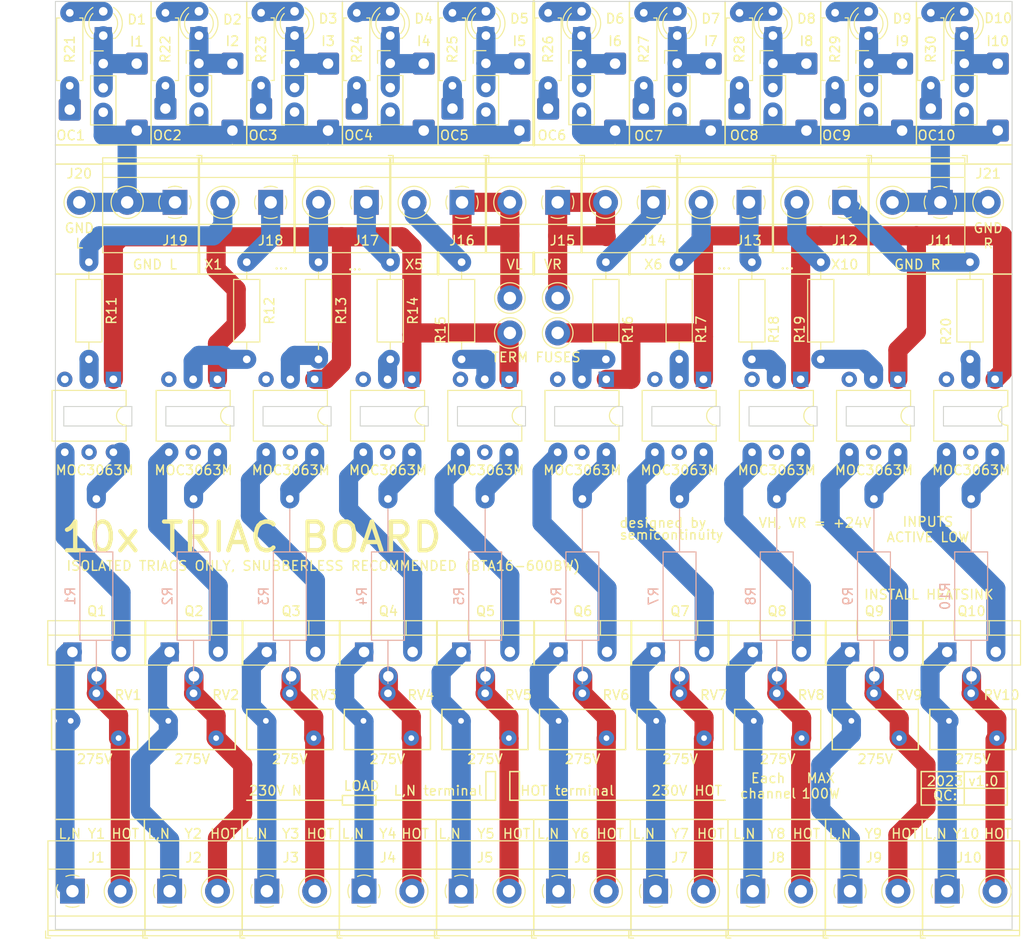
<source format=kicad_pcb>
(kicad_pcb (version 20211014) (generator pcbnew)
  (layers (0 "F.Cu" signal) (31 "B.Cu" signal) (34 "B.Paste" user) (35 "F.Paste" user) (36 "B.SilkS" user "B.Silkscreen") (37 "F.SilkS" user "F.Silkscreen") (38 "B.Mask" user) (39 "F.Mask" user) (44 "Edge.Cuts" user))
  (net 0 "")
  (net 1 "Net-(J1-Pad1)")
  (net 2 "Net-(J1-Pad2)")
  (net 3 "Net-(J2-Pad1)")
  (net 4 "Net-(J2-Pad2)")
  (net 5 "Net-(Q1-Pad3)")
  (net 6 "Net-(Q2-Pad3)")
  (net 7 "Net-(R1-Pad1)")
  (net 8 "Net-(R2-Pad1)")
  (net 13 "Net-(J3-Pad1)")
  (net 14 "Net-(J3-Pad2)")
  (net 15 "Net-(J4-Pad1)")
  (net 16 "Net-(J4-Pad2)")
  (net 17 "Net-(Q3-Pad3)")
  (net 18 "Net-(Q4-Pad3)")
  (net 19 "Net-(R3-Pad1)")
  (net 20 "Net-(R4-Pad1)")
  (net 25 "Net-(J5-Pad1)")
  (net 26 "Net-(J5-Pad2)")
  (net 27 "Net-(J6-Pad1)")
  (net 28 "Net-(J6-Pad2)")
  (net 29 "Net-(Q5-Pad3)")
  (net 30 "Net-(Q6-Pad3)")
  (net 31 "Net-(R5-Pad1)")
  (net 32 "Net-(R6-Pad1)")
  (net 37 "Net-(J7-Pad1)")
  (net 38 "Net-(J7-Pad2)")
  (net 39 "Net-(J8-Pad1)")
  (net 40 "Net-(J8-Pad2)")
  (net 41 "Net-(Q7-Pad3)")
  (net 42 "Net-(Q8-Pad3)")
  (net 43 "Net-(R7-Pad1)")
  (net 44 "Net-(R8-Pad1)")
  (net 49 "Net-(J9-Pad1)")
  (net 50 "Net-(J9-Pad2)")
  (net 51 "Net-(J10-Pad1)")
  (net 52 "Net-(J10-Pad2)")
  (net 53 "Net-(Q9-Pad3)")
  (net 54 "Net-(Q10-Pad3)")
  (net 55 "Net-(R9-Pad1)")
  (net 56 "Net-(R10-Pad1)")
  (net 61 "Net-(R11-Pad2)")
  (net 62 "Net-(D1-Pad2)")
  (net 63 "Net-(R12-Pad2)")
  (net 64 "Net-(R13-Pad2)")
  (net 65 "Net-(R14-Pad2)")
  (net 66 "Net-(R15-Pad2)")
  (net 67 "Net-(R16-Pad2)")
  (net 68 "Net-(R19-Pad2)")
  (net 69 "/IN2")
  (net 70 "/IN1")
  (net 71 "/VH_L")
  (net 72 "/VH_R")
  (net 73 "/GND_R")
  (net 74 "/IN10")
  (net 75 "/IN9")
  (net 76 "/IN8")
  (net 77 "/IN7")
  (net 78 "/IN6")
  (net 79 "/IN5")
  (net 80 "/IN4")
  (net 81 "/IN3")
  (net 82 "/GND_L")
  (net 83 "Net-(R17-Pad2)")
  (net 84 "Net-(R18-Pad2)")
  (net 85 "Net-(R20-Pad2)")
  (net 86 "/I1")
  (net 87 "Net-(D2-Pad2)")
  (net 88 "Net-(D3-Pad2)")
  (net 89 "/I2")
  (net 90 "/I3")
  (net 91 "/I4")
  (net 92 "Net-(D4-Pad2)")
  (net 93 "Net-(OC1-Pad1)")
  (net 94 "Net-(OC2-Pad1)")
  (net 95 "Net-(OC3-Pad1)")
  (net 96 "Net-(OC4-Pad1)")
  (net 97 "/I5")
  (net 98 "Net-(D5-Pad2)")
  (net 99 "Net-(OC5-Pad1)")
  (net 100 "/I6")
  (net 101 "Net-(D6-Pad2)")
  (net 102 "Net-(OC6-Pad1)")
  (net 103 "/I7")
  (net 104 "Net-(D7-Pad2)")
  (net 105 "Net-(OC7-Pad1)")
  (net 106 "/I8")
  (net 107 "Net-(D8-Pad2)")
  (net 108 "Net-(OC8-Pad1)")
  (net 109 "/I9")
  (net 110 "Net-(D9-Pad2)")
  (net 111 "Net-(OC9-Pad1)")
  (net 112 "/I10")
  (net 113 "Net-(D10-Pad2)")
  (net 114 "Net-(OC10-Pad1)")
  (net 115 "/VHL")
  (net 116 "/VHR")
  (footprint "TerminalBlock_Phoenix:TerminalBlock_Phoenix_MKDS-1,5-2_1x02_P5.00mm_Horizontal" (layer "F.Cu") (at 161.94 136)
    (fp_text reference "J2")
    (fp_text value "Screw_Terminal_01x02" hide)
  )
  (footprint "triac-board:TO-220-3_Vertical_Staggered" (layer "F.Cu") (at 212.74 111)
    (fp_text reference "Q7")
    (fp_text value "BTA16-600BW" hide)
  )
  (footprint "Connector_Wire:SolderWire-0.5sqmm_1x01_D0.9mm_OD2.3mm" (layer "F.Cu") (at 208.5 56.5)
    (fp_text reference "J24" hide)
    (fp_text value "Conn_01x01_Female" hide)
  )
  (footprint "Connector_Wire:SolderWire-0.5sqmm_1x01_D0.9mm_OD2.3mm" (layer "F.Cu") (at 198.5 49.5)
    (fp_text reference "I5")
    (fp_text value "Conn_01x01_Female" hide)
  )
  (footprint "triac-board:TO-220-3_Vertical_Staggered" (layer "F.Cu") (at 161.94 111)
    (fp_text reference "Q2")
    (fp_text value "BTA16-600BW" hide)
  )
  (footprint "Connector_Wire:SolderWire-0.5sqmm_1x01_D0.9mm_OD2.3mm" (layer "F.Cu") (at 211.5 54.2)
    (fp_text reference "OC7")
    (fp_text value "Conn_01x01_Female" hide)
  )
  (footprint "Connector_Pin:Pin_D1.3mm_L11.0mm" (layer "F.Cu") (at 197.5 74)
    (fp_text reference "J31" hide)
    (fp_text value "Conn_01x01_Male" hide)
  )
  (footprint "Resistor_THT:R_Axial_DIN0207_L6.3mm_D2.5mm_P10.16mm_Horizontal" (layer "F.Cu") (at 222.8 70.25 -90)
    (fp_text reference "R18")
    (fp_text value "1k2")
  )
  (footprint "Varistor:RV_Disc_D9mm_W4.2mm_P5mm" (layer "F.Cu") (at 166.8 120 180)
    (fp_text reference "RV2")
    (fp_text value "275V")
  )
  (footprint "Resistor_THT:R_Axial_DIN0207_L6.3mm_D2.5mm_P10.16mm_Horizontal" (layer "F.Cu") (at 245.6 70.25 -90)
    (fp_text reference "R20")
    (fp_text value "1k2")
  )
  (footprint "Package_DIP:DIP-6_W7.62mm" (layer "F.Cu") (at 207.58 82.5 -90)
    (fp_text reference "U6" hide)
    (fp_text value "MOC3063M")
  )
  (footprint "Connector_Wire:SolderWire-0.5sqmm_1x01_D0.9mm_OD2.3mm" (layer "F.Cu") (at 221.5 54.2)
    (fp_text reference "OC8")
    (fp_text value "Conn_01x01_Female" hide)
  )
  (footprint "Connector_Wire:SolderWire-0.5sqmm_1x01_D0.9mm_OD2.3mm" (layer "F.Cu") (at 181.5 54.2)
    (fp_text reference "OC4")
    (fp_text value "Conn_01x01_Female" hide)
  )
  (footprint "Resistor_THT:R_Axial_DIN0207_L6.3mm_D2.5mm_P10.16mm_Horizontal" (layer "F.Cu") (at 215.2 70.25 -90)
    (fp_text reference "R17")
    (fp_text value "1k2")
  )
  (footprint "Connector_PinHeader_2.54mm:PinHeader_1x03_P2.54mm_Vertical" (layer "F.Cu") (at 245 49.475)
    (fp_text reference "SW10" hide)
    (fp_text value "SW_SPDT" hide)
  )
  (footprint "Connector_Wire:SolderWire-0.5sqmm_1x01_D0.9mm_OD2.3mm" (layer "F.Cu") (at 228.5 49.5)
    (fp_text reference "I8")
    (fp_text value "Conn_01x01_Female" hide)
  )
  (footprint "Resistor_THT:R_Axial_DIN0207_L6.3mm_D2.5mm_P7.62mm_Horizontal" (layer "F.Cu") (at 161.5 51.81 90)
    (fp_text reference "R22")
    (fp_text value "1k2" hide)
  )
  (footprint "Connector_Wire:SolderWire-0.5sqmm_1x01_D0.9mm_OD2.3mm" (layer "F.Cu") (at 178.5 49.5)
    (fp_text reference "I3")
    (fp_text value "Conn_01x01_Female" hide)
  )
  (footprint "Resistor_THT:R_Axial_DIN0207_L6.3mm_D2.5mm_P7.62mm_Horizontal" (layer "F.Cu") (at 201.5 51.81 90)
    (fp_text reference "R26")
    (fp_text value "1k2" hide)
  )
  (footprint "Connector_Wire:SolderWire-0.5sqmm_1x01_D0.9mm_OD2.3mm" (layer "F.Cu") (at 238.5 49.5)
    (fp_text reference "I9")
    (fp_text value "Conn_01x01_Female" hide)
  )
  (footprint "Package_DIP:DIP-6_W7.62mm" (layer "F.Cu") (at 197.42 82.5 -90)
    (fp_text reference "U5" hide)
    (fp_text value "MOC3063M")
  )
  (footprint "Connector_Wire:SolderWire-0.5sqmm_1x01_D0.9mm_OD2.3mm" (layer "F.Cu") (at 168.5 56.5)
    (fp_text reference "J26" hide)
    (fp_text value "Conn_01x01_Female" hide)
  )
  (footprint "Connector_Wire:SolderWire-0.5sqmm_1x01_D0.9mm_OD2.3mm" (layer "F.Cu") (at 228.5 56.5)
    (fp_text reference "J27" hide)
    (fp_text value "Conn_01x01_Female" hide)
  )
  (footprint "Connector_Wire:SolderWire-0.5sqmm_1x01_D0.9mm_OD2.3mm" (layer "F.Cu") (at 151.5 54.31 180)
    (fp_text reference "OC1")
    (fp_text value "Conn_01x01_Female" hide)
  )
  (footprint "LED_THT:LED_D3.0mm" (layer "F.Cu") (at 235 46.6 90)
    (fp_text reference "D9")
    (fp_text value "LED" hide)
  )
  (footprint "Resistor_THT:R_Axial_DIN0207_L6.3mm_D2.5mm_P7.62mm_Horizontal" (layer "F.Cu") (at 241.5 51.8 90)
    (fp_text reference "R30")
    (fp_text value "1k2")
  )
  (footprint "LED_THT:LED_D3.0mm" (layer "F.Cu") (at 185 46.575 90)
    (fp_text reference "D4")
    (fp_text value "LED" hide)
  )
  (footprint "Connector_PinHeader_2.54mm:PinHeader_1x03_P2.54mm_Vertical" (layer "F.Cu") (at 215 49.475)
    (fp_text reference "SW7" hide)
    (fp_text value "SW_SPDT" hide)
  )
  (footprint "TerminalBlock_Phoenix:TerminalBlock_Phoenix_MKDS-1,5-2_1x02_P5.00mm_Horizontal" (layer "F.Cu") (at 182.5 64 180)
    (fp_text reference "J17")
    (fp_text value "Screw_Terminal_01x02" hide)
  )
  (footprint "Package_DIP:DIP-6_W7.62mm" (layer "F.Cu") (at 238.06 82.5 -90)
    (fp_text reference "U9" hide)
    (fp_text value "MOC3063M")
  )
  (footprint "TerminalBlock_Phoenix:TerminalBlock_Phoenix_MKDS-1,5-2_1x02_P5.00mm_Horizontal" (layer "F.Cu") (at 172.5 64 180)
    (fp_text reference "J18")
    (fp_text value "Screw_Terminal_01x02" hide)
  )
  (footprint "Varistor:RV_Disc_D9mm_W4.2mm_P5mm" (layer "F.Cu") (at 197.4 120 180)
    (fp_text reference "RV5")
    (fp_text value "275V")
  )
  (footprint "Connector_Wire:SolderWire-0.5sqmm_1x01_D0.9mm_OD2.3mm" (layer "F.Cu") (at 208.5 49.5)
    (fp_text reference "I6")
    (fp_text value "Conn_01x01_Female" hide)
  )
  (footprint "Resistor_THT:R_Axial_DIN0207_L6.3mm_D2.5mm_P10.16mm_Horizontal" (layer "F.Cu") (at 170 70.25 -90)
    (fp_text reference "R12")
    (fp_text value "1k2")
  )
  (footprint "Package_DIP:DIP-6_W7.62mm" (layer "F.Cu") (at 177.1 82.5 -90)
    (fp_text reference "U3" hide)
    (fp_text value "MOC3063M")
  )
  (footprint "Connector_PinHeader_2.54mm:PinHeader_1x03_P2.54mm_Vertical" (layer "F.Cu") (at 165 49.475)
    (fp_text reference "SW2" hide)
    (fp_text value "SW_SPDT" hide)
  )
  (footprint "Resistor_THT:R_Axial_DIN0207_L6.3mm_D2.5mm_P10.16mm_Horizontal" (layer "F.Cu") (at 177.5 70.25 -90)
    (fp_text reference "R13")
    (fp_text value "1k2")
  )
  (footprint "Resistor_THT:R_Axial_DIN0207_L6.3mm_D2.5mm_P10.16mm_Horizontal" (layer "F.Cu") (at 230 70.25 -90)
    (fp_text reference "R19")
    (fp_text value "1k2")
  )
  (footprint "Resistor_THT:R_Axial_DIN0207_L6.3mm_D2.5mm_P10.16mm_Horizontal" (layer "F.Cu") (at 185 70.25 -90)
    (fp_text reference "R14")
    (fp_text value "1k2" hide)
  )
  (footprint "Package_DIP:DIP-6_W7.62mm" (layer "F.Cu") (at 227.9 82.5 -90)
    (fp_text reference "U8" hide)
    (fp_text value "MOC3063M")
  )
  (footprint "Resistor_THT:R_Axial_DIN0207_L6.3mm_D2.5mm_P10.16mm_Horizontal" (layer "F.Cu") (at 153.5 70.25 -90)
    (fp_text reference "R11")
    (fp_text value "1k2")
  )
  (footprint "LED_THT:LED_D3.0mm" (layer "F.Cu") (at 225 46.575 90)
    (fp_text reference "D8")
    (fp_text value "LED" hide)
  )
  (footprint "Connector_PinHeader_2.54mm:PinHeader_1x03_P2.54mm_Vertical" (layer "F.Cu") (at 225 49.475)
    (fp_text reference "SW8" hide)
    (fp_text value "SW_SPDT" hide)
  )
  (footprint "TerminalBlock_Phoenix:TerminalBlock_Phoenix_MKDS-1,5-2_1x02_P5.00mm_Horizontal" (layer "F.Cu") (at 212.74 136)
    (fp_text reference "J7")
    (fp_text value "Screw_Terminal_01x02" hide)
  )
  (footprint "TerminalBlock_Phoenix:TerminalBlock_Phoenix_MKDS-1,5-2_1x02_P5.00mm_Horizontal" (layer "F.Cu") (at 212.5 64 180)
    (fp_text reference "J14")
    (fp_text value "Screw_Terminal_01x02" hide)
  )
  (footprint "TerminalBlock_Phoenix:TerminalBlock_Phoenix_MKDS-1,5-2_1x02_P5.00mm_Horizontal" (layer "F.Cu") (at 243.22 136)
    (fp_text reference "J10")
    (fp_text value "Screw_Terminal_01x02" hide)
  )
  (footprint "TerminalBlock_Phoenix:TerminalBlock_Phoenix_MKDS-1,5-2_1x02_P5.00mm_Horizontal" (layer "F.Cu") (at 151.78 136)
    (fp_text reference "J1")
    (fp_text value "Screw_Terminal_01x02" hide)
  )
  (footprint "TerminalBlock_Phoenix:TerminalBlock_Phoenix_MKDS-1,5-2_1x02_P5.00mm_Horizontal" (layer "F.Cu") (at 192.5 64 180)
    (fp_text reference "J16")
    (fp_text value "Screw_Terminal_01x02" hide)
  )
  (footprint "triac-board:TO-220-3_Vertical_Staggered" (layer "F.Cu") (at 182.26 111)
    (fp_text reference "Q4")
    (fp_text value "BTA16-600BW" hide)
  )
  (footprint "Connector_PinHeader_2.54mm:PinHeader_1x03_P2.54mm_Vertical" (layer "F.Cu") (at 185 49.475)
    (fp_text reference "SW4" hide)
    (fp_text value "SW_SPDT" hide)
  )
  (footprint "Varistor:RV_Disc_D9mm_W4.2mm_P5mm" (layer "F.Cu") (at 228 120 180)
    (fp_text reference "RV8")
    (fp_text value "275V")
  )
  (footprint "Resistor_THT:R_Axial_DIN0207_L6.3mm_D2.5mm_P7.62mm_Horizontal" (layer "F.Cu") (at 171.5 51.8 90)
    (fp_text reference "R23")
    (fp_text value "1k2" hide)
  )
  (footprint "Connector_Wire:SolderWire-0.5sqmm_1x01_D0.9mm_OD2.3mm" (layer "F.Cu") (at 188.5 49.5)
    (fp_text reference "I4")
    (fp_text value "Conn_01x01_Female" hide)
  )
  (footprint "Resistor_THT:R_Axial_DIN0207_L6.3mm_D2.5mm_P10.16mm_Horizontal" (layer "F.Cu") (at 207.54 70.25 -90)
    (fp_text reference "R16")
    (fp_text value "1k2")
  )
  (footprint "Connector_Wire:SolderWire-0.5sqmm_1x01_D0.9mm_OD2.3mm" (layer "F.Cu") (at 218.5 49.5)
    (fp_text reference "I7")
    (fp_text value "Conn_01x01_Female" hide)
  )
  (footprint "MountingHole:MountingHole_3.2mm_M3" (layer "F.Cu") (at 235.75 75)
    (fp_text reference "H4" hide)
    (fp_text value "MountingHole" hide)
  )
  (footprint "Connector_Wire:SolderWire-0.5sqmm_1x01_D0.9mm_OD2.3mm" (layer "F.Cu") (at 198.5 56.5)
    (fp_text reference "J22" hide)
    (fp_text value "Conn_01x01_Female" hide)
  )
  (footprint "TerminalBlock_Phoenix:TerminalBlock_Phoenix_MKDS-1,5-2_1x02_P5.00mm_Horizontal" (layer "F.Cu") (at 242.5 64 180)
    (fp_text reference "J11")
    (fp_text value "Screw_Terminal_01x02" hide)
  )
  (footprint "Connector_Wire:SolderWire-0.5sqmm_1x01_D0.9mm_OD2.3mm" (layer "F.Cu") (at 201.5 54.2)
    (fp_text reference "OC6")
    (fp_text value "Conn_01x01_Female" hide)
  )
  (footprint "TerminalBlock_Phoenix:TerminalBlock_Phoenix_MKDS-1,5-2_1x02_P5.00mm_Horizontal" (layer "F.Cu") (at 233.06 136)
    (fp_text reference "J9")
    (fp_text value "Screw_Terminal_01x02" hide)
  )
  (footprint "Connector_Wire:SolderWire-0.5sqmm_1x01_D0.9mm_OD2.3mm" (layer "F.Cu") (at 191.5 54.2)
    (fp_text reference "OC5")
    (fp_text value "Conn_01x01_Female" hide)
  )
  (footprint "triac-board:TO-220-3_Vertical_Staggered" (layer "F.Cu") (at 233.06 111)
    (fp_text reference "Q9")
    (fp_text value "BTA16-600BW" hide)
  )
  (footprint "Connector_PinHeader_2.54mm:PinHeader_1x03_P2.54mm_Vertical" (layer "F.Cu") (at 195 49.475)
    (fp_text reference "SW5" hide)
    (fp_text value "SW_SPDT" hide)
  )
  (footprint "Resistor_THT:R_Axial_DIN0207_L6.3mm_D2.5mm_P7.62mm_Horizontal" (layer "F.Cu") (at 191.5 51.81 90)
    (fp_text reference "R25")
    (fp_text value "1k2" hide)
  )
  (footprint "Resistor_THT:R_Axial_DIN0207_L6.3mm_D2.5mm_P7.62mm_Horizontal" (layer "F.Cu") (at 221.5 51.81 90)
    (fp_text reference "R28")
    (fp_text value "1k2" hide)
  )
  (footprint "triac-board:TO-220-3_Vertical_Staggered" (layer "F.Cu") (at 222.9 111)
    (fp_text reference "Q8")
    (fp_text value "BTA16-600BW" hide)
  )
  (footprint "Connector_Wire:SolderWire-0.5sqmm_1x01_D0.9mm_OD2.3mm" (layer "F.Cu") (at 161.5 54.2)
    (fp_text reference "OC2")
    (fp_text value "Conn_01x01_Female" hide)
  )
  (footprint "LED_THT:LED_D3.0mm" (layer "F.Cu") (at 195 46.575 90)
    (fp_text reference "D5")
    (fp_text value "LED" hide)
  )
  (footprint "LED_THT:LED_D3.0mm" (layer "F.Cu") (at 245 46.6 90)
    (fp_text reference "D10")
    (fp_text value "LED" hide)
  )
  (footprint "Connector_Wire:SolderWire-0.5sqmm_1x01_D0.9mm_OD2.3mm" (layer "F.Cu") (at 168.5 49.5)
    (fp_text reference "I2")
    (fp_text value "Conn_01x01_Female" hide)
  )
  (footprint "Resistor_THT:R_Axial_DIN0207_L6.3mm_D2.5mm_P10.16mm_Horizontal" (layer "F.Cu") (at 192.46 70.25 -90)
    (fp_text reference "R15")
    (fp_text value "1k2" hide)
  )
  (footprint "Varistor:RV_Disc_D9mm_W4.2mm_P5mm" (layer "F.Cu") (at 248.4 120 180)
    (fp_text reference "RV10")
    (fp_text value "275V")
  )
  (footprint "Package_DIP:DIP-6_W7.62mm" (layer "F.Cu") (at 187.26 82.5 -90)
    (fp_text reference "U4" hide)
    (fp_text value "MOC3063M")
  )
  (footprint "Connector_PinHeader_2.54mm:PinHeader_1x03_P2.54mm_Vertical" (layer "F.Cu") (at 235 49.475)
    (fp_text reference "SW9" hide)
    (fp_text value "SW_SPDT" hide)
  )
  (footprint "triac-board:TO-220-3_Vertical_Staggered" (layer "F.Cu") (at 192.42 111)
    (fp_text reference "Q5")
    (fp_text value "BTA16-600BW" hide)
  )
  (footprint "LED_THT:LED_D3.0mm" (layer "F.Cu") (at 215 46.575 90)
    (fp_text reference "D7")
    (fp_text value "LED" hide)
  )
  (footprint "TerminalBlock_Phoenix:TerminalBlock_Phoenix_MKDS-1,5-2_1x02_P5.00mm_Horizontal" (layer "F.Cu") (at 162.5 64 180)
    (fp_text reference "J19")
    (fp_text value "Screw_Terminal_01x02" hide)
  )
  (footprint "Connector_Pin:Pin_D1.3mm_L11.0mm" (layer "F.Cu") (at 247.5 64)
    (fp_text reference "J21")
    (fp_text value "Conn_01x01_Male" hide)
  )
  (footprint "Package_DIP:DIP-6_W7.62mm" (layer "F.Cu") (at 248.22 82.5 -90)
    (fp_text reference "U10" hide)
    (fp_text value "MOC3063M")
  )
  (footprint "Connector_Pin:Pin_D1.3mm_L11.0mm" (layer "F.Cu") (at 197.5 77.65)
    (fp_text reference "J34" hide)
    (fp_text value "Conn_01x01_Male" hide)
  )
  (footprint "Resistor_THT:R_Axial_DIN0207_L6.3mm_D2.5mm_P7.62mm_Horizontal" (layer "F.Cu") (at 231.5 51.8 90)
    (fp_text reference "R29")
    (fp_text value "1k2")
  )
  (footprint "Connector_Wire:SolderWire-0.5sqmm_1x01_D0.9mm_OD2.3mm" (layer "F.Cu") (at 248.5 56.5)
    (fp_text reference "J30" hide)
    (fp_text value "Conn_01x01_Female" hide)
  )
  (footprint "MountingHole:MountingHole_3.2mm_M3" (layer "F.Cu") (at 235.75 125)
    (fp_text reference "H2" hide)
    (fp_text value "MountingHole" hide)
  )
  (footprint "Varistor:RV_Disc_D9mm_W4.2mm_P5mm" (layer "F.Cu") (at 187.2 120 180)
    (fp_text reference "RV4")
    (fp_text value "275V")
  )
  (footprint "Connector_Wire:SolderWire-0.5sqmm_1x01_D0.9mm_OD2.3mm" (layer "F.Cu") (at 158.5 49.5)
    (fp_text reference "I1")
    (fp_text value "Conn_01x01_Female" hide)
  )
  (footprint "triac-board:TO-220-3_Vertical_Staggered" (layer "F.Cu") (at 151.78 111)
    (fp_text reference "Q1")
    (fp_text value "BTA16-600BW" hide)
  )
  (footprint "Package_DIP:DIP-6_W7.62mm" (layer "F.Cu") (at 156.06 82.5 -90)
    (fp_text reference "U1" hide)
    (fp_text value "MOC3063M")
  )
  (footprint "Connector_Pin:Pin_D1.3mm_L11.0mm" (layer "F.Cu") (at 202.5 77.65)
    (fp_text reference "J35" hide)
    (fp_text value "Conn_01x01_Male" hide)
  )
  (footprint "LED_THT:LED_D3.0mm" (layer "F.Cu") (at 205 46.575 90)
    (fp_text reference "D6")
    (fp_text value "LED" hide)
  )
  (footprint "Connector_Wire:SolderWire-0.5sqmm_1x01_D0.9mm_OD2.3mm" (layer "F.Cu") (at 178.5 56.5)
    (fp_text reference "J29" hide)
    (fp_text value "Conn_01x01_Female" hide)
  )
  (footprint "TerminalBlock_Phoenix:TerminalBlock_Phoenix_MKDS-1,5-2_1x02_P5.00mm_Horizontal" (layer "F.Cu") (at 192.42 136)
    (fp_text reference "J5")
    (fp_text value "Screw_Terminal_01x02" hide)
  )
  (footprint "Connector_Wire:SolderWire-0.5sqmm_1x01_D0.9mm_OD2.3mm" (layer "F.Cu") (at 218.5 56.5)
    (fp_text reference "J25" hide)
    (fp_text value "Conn_01x01_Female" hide)
  )
  (footprint "Connector_Pin:Pin_D1.3mm_L11.0mm" (layer "F.Cu") (at 152.5 64)
    (fp_text reference "J20")
    (fp_text value "Conn_01x01_Male" hide)
  )
  (footprint "Connector_Wire:SolderWire-0.5sqmm_1x01_D0.9mm_OD2.3mm" (layer "F.Cu") (at 188.5 56.5)
    (fp_text reference "J32" hide)
    (fp_text value "Conn_01x01_Female" hide)
  )
  (footprint "Package_DIP:DIP-6_W7.62mm" (layer "F.Cu") (at 217.74 82.5 -90)
    (fp_text reference "U7" hide)
    (fp_text value "MOC3063M")
  )
  (footprint "LED_THT:LED_D3.0mm" (layer "F.Cu") (at 175 46.575 90)
    (fp_text reference "D3")
    (fp_text value "LED" hide)
  )
  (footprint "Varistor:RV_Disc_D9mm_W4.2mm_P5mm" (layer "F.Cu") (at 156.6 120 180)
    (fp_text reference "RV1")
    (fp_text value "275V")
  )
  (footprint "TerminalBlock_Phoenix:TerminalBlock_Phoenix_MKDS-1,5-2_1x02_P5.00mm_Horizontal" (layer "F.Cu") (at 202.58 136)
    (fp_text reference "J6")
    (fp_text value "Screw_Terminal_01x02" hide)
  )
  (footprint "Connector_Wire:SolderWire-0.5sqmm_1x01_D0.9mm_OD2.3mm" (layer "F.Cu") (at 238.5 56.5)
    (fp_text reference "J28" hide)
    (fp_text value "Conn_01x01_Female" hide)
  )
  (footprint "TerminalBlock_Phoenix:TerminalBlock_Phoenix_MKDS-1,5-2_1x02_P5.00mm_Horizontal" (layer "F.Cu") (at 182.26 136)
    (fp_text reference "J4")
    (fp_text value "Screw_Terminal_01x02" hide)
  )
  (footprint "Connector_Wire:SolderWire-0.5sqmm_1x01_D0.9mm_OD2.3mm" (layer "F.Cu") (at 158.5 56.5)
    (fp_text reference "J23" hide)
    (fp_text value "Conn_01x01_Female" hide)
  )
  (footprint "LED_THT:LED_D3.0mm" (layer "F.Cu") (at 165 46.575 90)
    (fp_text reference "D2")
    (fp_text value "LED" hide)
  )
  (footprint "MountingHole:MountingHole_3.2mm_M3" (layer "F.Cu") (at 164.25 125)
    (fp_text reference "H1" hide)
    (fp_text value "MountingHole" hide)
  )
  (footprint "Connector_Wire:SolderWire-0.5sqmm_1x01_D0.9mm_OD2.3mm" (layer "F.Cu") (at 171.5 54.2)
    (fp_text reference "OC3")
    (fp_text value "Conn_01x01_Female" hide)
  )
  (footprint "TerminalBlock_Phoenix:TerminalBlock_Phoenix_MKDS-1,5-2_1x02_P5.00mm_Horizontal" (layer "F.Cu") (at 172.1 136)
    (fp_text reference "J3")
    (fp_text value "Screw_Terminal_01x02" hide)
  )
  (footprint "Connector_PinHeader_2.54mm:PinHeader_1x03_P2.54mm_Vertical" (layer "F.Cu") (at 155 49.5)
    (fp_text reference "SW1" hide)
    (fp_text value "SW_SPDT" hide)
  )
  (footprint "Package_DIP:DIP-6_W7.62mm" (layer "F.Cu") (at 166.94 82.5 -90)
    (fp_text reference "U2" hide)
    (fp_text value "MOC3063M")
  )
  (footprint "Varistor:RV_Disc_D9mm_W4.2mm_P5mm" (layer "F.Cu") (at 177 120 180)
    (fp_text reference "RV3")
    (fp_text value "275V")
  )
  (footprint "Resistor_THT:R_Axial_DIN0207_L6.3mm_D2.5mm_P7.62mm_Horizontal" (layer "F.Cu") (at 151.5 51.81 90)
    (fp_text reference "R21")
    (fp_text value "1k2" hide)
  )
  (footprint "Connector_Wire:SolderWire-0.5sqmm_1x01_D0.9mm_OD2.3mm" (layer "F.Cu") (at 231.5 54.2)
    (fp_text reference "OC9")
    (fp_text value "Conn_01x01_Female" hide)
  )
  (footprint "Varistor:RV_Disc_D9mm_W4.2mm_P5mm" (layer "F.Cu") (at 207.6 120 180)
    (fp_text reference "RV6")
    (fp_text value "275V")
  )
  (footprint "triac-board:TO-220-3_Vertical_Staggered" (layer "F.Cu") (at 172.1 111)
    (fp_text reference "Q3")
    (fp_text value "BTA16-600BW" hide)
  )
  (footprint "TerminalBlock_Phoenix:TerminalBlock_Phoenix_MKDS-1,5-2_1x02_P5.00mm_Horizontal" (layer "F.Cu") (at 232.5 64 180)
    (fp_text reference "J12")
    (fp_text value "Screw_Terminal_01x02" hide)
  )
  (footprint "triac-board:TO-220-3_Vertical_Staggered" (layer "F.Cu") (at 243.22 111)
    (fp_text reference "Q10")
    (fp_text value "BTA16-600BW" hide)
  )
  (footprint "Connector_Pin:Pin_D1.3mm_L11.0mm" (layer "F.Cu") (at 202.5 74)
    (fp_text reference "J33" hide)
    (fp_text value "Conn_01x01_Male" hide)
  )
  (footprint "Varistor:RV_Disc_D9mm_W4.2mm_P5mm" (layer "F.Cu") (at 217.8 120 180)
    (fp_text reference "RV7")
    (fp_text value "275V")
  )
  (footprint "Connector_Wire:SolderWire-0.5sqmm_1x01_D0.9mm_OD2.3mm" (layer "F.Cu") (at 248.5 49.5)
    (fp_text reference "I10")
    (fp_text value "Conn_01x01_Female" hide)
  )
  (footprint "TerminalBlock_Phoenix:TerminalBlock_Phoenix_MKDS-1,5-2_1x02_P5.00mm_Horizontal" (layer "F.Cu") (at 222.5 64 180)
    (fp_text reference "J13")
    (fp_text value "Screw_Terminal_01x02" hide)
  )
  (footprint "Varistor:RV_Disc_D9mm_W4.2mm_P5mm" (layer "F.Cu") (at 238.2 120 180)
    (fp_text reference "RV9")
    (fp_text value "275V")
  )
  (footprint "Resistor_THT:R_Axial_DIN0207_L6.3mm_D2.5mm_P7.62mm_Horizontal" (layer "F.Cu") (at 211.5 51.81 90)
    (fp_text reference "R27")
    (fp_text value "1k2" hide)
  )
  (footprint "Connector_PinHeader_2.54mm:PinHeader_1x03_P2.54mm_Vertical" (layer "F.Cu") (at 205 49.475)
    (fp_text reference "SW6" hide)
    (fp_text value "SW_SPDT" hide)
  )
  (footprint "TerminalBlock_Phoenix:TerminalBlock_Phoenix_MKDS-1,5-2_1x02_P5.00mm_Horizontal" (layer "F.Cu") (at 222.9 136)
    (fp_text reference "J8")
    (fp_text value "Screw_Terminal_01x02" hide)
  )
  (footprint "MountingHole:MountingHole_3.2mm_M3" (layer "F.Cu") (at 164.25 75)
    (fp_text reference "H3" hide)
    (fp_text value "MountingHole" hide)
  )
  (footprint "TerminalBlock_Phoenix:TerminalBlock_Phoenix_MKDS-1,5-2_1x02_P5.00mm_Horizontal" (layer "F.Cu") (at 202.5 64 180)
    (fp_text reference "J15")
    (fp_text value "Screw_Terminal_01x02" hide)
  )
  (footprint "Resistor_THT:R_Axial_DIN0207_L6.3mm_D2.5mm_P7.62mm_Horizontal" (layer "F.Cu") (at 181.5 51.81 90)
    (fp_text reference "R24")
    (fp_text value "1k2")
  )
  (footprint "triac-board:TO-220-3_Vertical_Staggered" (layer "F.Cu") (at 202.58 111)
    (fp_text reference "Q6")
    (fp_text value "BTA16-600BW" hide)
  )
  (footprint "Connector_PinHeader_2.54mm:PinHeader_1x03_P2.54mm_Vertical" (layer "F.Cu") (at 175 49.475)
    (fp_text reference "SW3" hide)
    (fp_text value "SW_SPDT" hide)
  )
  (footprint "LED_THT:LED_D3.0mm" (layer "F.Cu") (at 155 46.575 90)
    (fp_text reference "D1")
    (fp_text value "LED" hide)
  )
  (footprint "Connector_Wire:SolderWire-0.5sqmm_1x01_D0.9mm_OD2.3mm" (layer "F.Cu") (at 241.5 54.2)
    (fp_text reference "OC10")
    (fp_text value "Conn_01x01_Female" hide)
  )
  (footprint "Resistor_THT:R_Axial_DIN0309_L9.0mm_D3.2mm_P20.32mm_Horizontal" (layer "B.Cu") (at 245.72 95 -90)
    (fp_text reference "R10")
    (fp_text value "360 0.5W")
  )
  (footprint "Resistor_THT:R_Axial_DIN0309_L9.0mm_D3.2mm_P20.32mm_Horizontal" (layer "B.Cu") (at 194.92 95 -90)
    (fp_text reference "R5")
    (fp_text value "360 0.5W")
  )
  (footprint "Resistor_THT:R_Axial_DIN0309_L9.0mm_D3.2mm_P20.32mm_Horizontal" (layer "B.Cu") (at 174.5 95 -90)
    (fp_text reference "R3")
    (fp_text value "360 0.5W")
  )
  (footprint "Resistor_THT:R_Axial_DIN0309_L9.0mm_D3.2mm_P20.32mm_Horizontal" (layer "B.Cu") (at 164.44 95 -90)
    (fp_text reference "R2")
    (fp_text value "360 0.5W")
  )
  (footprint "Resistor_THT:R_Axial_DIN0309_L9.0mm_D3.2mm_P20.32mm_Horizontal" (layer "B.Cu") (at 215.24 95 -90)
    (fp_text reference "R7")
    (fp_text value "360 0.5W")
  )
  (footprint "Resistor_THT:R_Axial_DIN0309_L9.0mm_D3.2mm_P20.32mm_Horizontal" (layer "B.Cu") (at 154.28 95 -90)
    (fp_text reference "R1")
    (fp_text value "360 0.5W")
  )
  (footprint "Resistor_THT:R_Axial_DIN0309_L9.0mm_D3.2mm_P20.32mm_Horizontal" (layer "B.Cu") (at 205.08 95 -90)
    (fp_text reference "R6")
    (fp_text value "360 0.5W")
  )
  (footprint "Resistor_THT:R_Axial_DIN0309_L9.0mm_D3.2mm_P20.32mm_Horizontal" (layer "B.Cu") (at 225.4 95 -90)
    (fp_text reference "R8")
    (fp_text value "360 0.5W")
  )
  (footprint "Resistor_THT:R_Axial_DIN0309_L9.0mm_D3.2mm_P20.32mm_Horizontal" (layer "B.Cu") (at 235.56 95 -90)
    (fp_text reference "R9")
    (fp_text value "360 0.5W")
  )
  (footprint "Resistor_THT:R_Axial_DIN0309_L9.0mm_D3.2mm_P20.32mm_Horizontal" (layer "B.Cu") (at 184.76 95 -90)
    (fp_text reference "R4")
    (fp_text value "360 0.5W")
  )
  (gr_line (start 180 43) (end 180 58) (layer "F.SilkS") (width 0.15))
  (gr_line (start 230.5 128.5) (end 230.5 130.7) (layer "F.SilkS") (width 0.15))
  (gr_line (start 197.5 123.5) (end 197.5 126.5) (layer "F.SilkS") (width 0.15))
  (gr_line (start 183.5 126.5) (end 195 126.5) (layer "F.SilkS") (width 0.15))
  (gr_line (start 250 60) (end 150 60) (layer "F.SilkS") (width 0.15))
  (gr_line (start 240.5 125.25) (end 249.5 125.25) (layer "F.SilkS") (width 0.15))
  (gr_line (start 180 126) (end 180 127) (layer "F.SilkS") (width 0.15))
  (gr_line (start 195 126.5) (end 196 126.5) (layer "F.SilkS") (width 0.15))
  (gr_line (start 183.5 126) (end 180 126) (layer "F.SilkS") (width 0.15))
  (gr_line (start 150 58) (end 250 58) (layer "F.SilkS") (width 0.15))
  (gr_line (start 169.5 128.6) (end 169.5 130.8) (layer "F.SilkS") (width 0.15))
  (gr_line (start 210 58) (end 210 43) (layer "F.SilkS") (width 0.15))
  (gr_line (start 210 69.261) (end 210 71.5) (layer "F.SilkS") (width 0.3))
  (gr_line (start 198.5 123.5) (end 198.5 125.5) (layer "F.SilkS") (width 0.15))
  (gr_line (start 240.6 128.5) (end 240.6 130.7) (layer "F.SilkS") (width 0.15))
  (gr_line (start 197.5 126.5) (end 198.5 126.5) (layer "F.SilkS") (width 0.15))
  (gr_line (start 170 126.5) (end 180 126.5) (layer "F.SilkS") (width 0.15))
  (gr_line (start 190 71.5) (end 250 71.5) (layer "F.SilkS") (width 0.15))
  (gr_line (start 220 58) (end 220 43) (layer "F.SilkS") (width 0.15))
  (gr_line (start 165 71.4) (end 165 69.4) (layer "F.SilkS") (width 0.3))
  (gr_line (start 240 43) (end 240 58) (layer "F.SilkS") (width 0.15))
  (gr_line (start 190 71.5) (end 190 69.261) (layer "F.SilkS") (width 0.3))
  (gr_line (start 197.5 123.5) (end 198.5 123.5) (layer "F.SilkS") (width 0.15))
  (gr_line (start 196 123.5) (end 195 123.5) (layer "F.SilkS") (width 0.15))
  (gr_line (start 195 126.5) (end 195 125.5) (layer "F.SilkS") (width 0.15))
  (gr_line (start 198.5 126.5) (end 210 126.5) (layer "F.SilkS") (width 0.15))
  (gr_line (start 210.1 128.5) (end 210.1 130.7) (layer "F.SilkS") (width 0.15))
  (gr_line (start 249.5 127) (end 240.5 127) (layer "F.SilkS") (width 0.15))
  (gr_line (start 189.8 128.5) (end 189.8 130.7) (layer "F.SilkS") (width 0.15))
  (gr_line (start 230 58) (end 230 43) (layer "F.SilkS") (width 0.15))
  (gr_line (start 196 126.5) (end 196 123.5) (layer "F.SilkS") (width 0.15))
  (gr_line (start 180 127) (end 183.5 127) (layer "F.SilkS") (width 0.15))
  (gr_line (start 170 43) (end 170 58) (layer "F.SilkS") (width 0.15))
  (gr_line (start 200 128.5) (end 200 131) (layer "F.SilkS") (width 0.15))
  (gr_line (start 210 126.5) (end 220 126.5) (layer "F.SilkS") (width 0.15))
  (gr_line (start 190 43) (end 190 58) (layer "F.SilkS") (width 0.15))
  (gr_line (start 165 71.5) (end 190 71.5) (layer "F.SilkS") (width 0.15))
  (gr_line (start 250 128.5) (end 150 128.5) (layer "F.SilkS") (width 0.15))
  (gr_line (start 183.5 127) (end 183.5 126) (layer "F.SilkS") (width 0.15))
  (gr_line (start 220.3 128.5) (end 220.3 130.7) (layer "F.SilkS") (width 0.15))
  (gr_line (start 240.5 123.5) (end 240.5 127) (layer "F.SilkS") (width 0.15))
  (gr_line (start 195 123.5) (end 195 125.5) (layer "F.SilkS") (width 0.15))
  (gr_line (start 245 123.5) (end 245 127) (layer "F.SilkS") (width 0.15))
  (gr_line (start 249.5 123.5) (end 249.5 127) (layer "F.SilkS") (width 0.15))
  (gr_line (start 165 71.5) (end 150 71.5) (layer "F.SilkS") (width 0.15))
  (gr_line (start 200 43) (end 200 58) (layer "F.SilkS") (width 0.3))
  (gr_line (start 179.7 128.5) (end 179.7 130.7) (layer "F.SilkS") (width 0.15))
  (gr_line (start 200 69.261) (end 200 71.5) (layer "F.SilkS") (width 0.3))
  (gr_line (start 198.5 125.5) (end 198.5 126.5) (layer "F.SilkS") (width 0.15))
  (gr_line (start 159.3 128.5) (end 159.3 130.7) (layer "F.SilkS") (width 0.15))
  (gr_line (start 240.5 123.5) (end 249.5 123.5) (layer "F.SilkS") (width 0.15))
  (gr_line (start 160 43) (end 160 58) (layer "F.SilkS") (width 0.15))
  (gr_line (start 235 71.5) (end 235 69.261) (layer "F.SilkS") (width 0.3))
  (gr_line (start 178.816 85.344) (end 171.704 85.344) (layer "Edge.Cuts") (width 0.1))
  (gr_line (start 222.504 85.344) (end 222.504 87.376) (layer "Edge.Cuts") (width 0.1))
  (gr_line (start 171.704 85.344) (end 171.704 87.376) (layer "Edge.Cuts") (width 0.1))
  (gr_line (start 150 60) (end 150 57) (layer "Edge.Cuts") (width 0.1))
  (gr_line (start 157.988 85.344) (end 150.876 85.344) (layer "Edge.Cuts") (width 0.1))
  (gr_line (start 250 43) (end 250 60) (layer "Edge.Cuts") (width 0.1))
  (gr_line (start 150 57) (end 150 43) (layer "Edge.Cuts") (width 0.1))
  (gr_line (start 168.656 87.376) (end 168.656 85.344) (layer "Edge.Cuts") (width 0.1))
  (gr_line (start 181.864 87.376) (end 188.976 87.376) (layer "Edge.Cuts") (width 0.1))
  (gr_line (start 248.92 85.344) (end 242.824 85.344) (layer "Edge.Cuts") (width 0.1))
  (gr_line (start 192.024 85.344) (end 192.024 87.376) (layer "Edge.Cuts") (width 0.1))
  (gr_line (start 219.456 85.344) (end 212.344 85.344) (layer "Edge.Cuts") (width 0.1))
  (gr_line (start 248.92 87.376) (end 248.92 85.344) (layer "Edge.Cuts") (width 0.1))
  (gr_line (start 199.136 85.344) (end 192.024 85.344) (layer "Edge.Cuts") (width 0.1))
  (gr_line (start 239.776 87.376) (end 239.776 85.344) (layer "Edge.Cuts") (width 0.1))
  (gr_line (start 150 140) (end 150 60) (layer "Edge.Cuts") (width 0.1))
  (gr_line (start 209.296 85.344) (end 209.296 87.376) (layer "Edge.Cuts") (width 0.1))
  (gr_line (start 178.816 87.376) (end 178.816 85.344) (layer "Edge.Cuts") (width 0.1))
  (gr_line (start 250 140) (end 250 60) (layer "Edge.Cuts") (width 0.1))
  (gr_line (start 192.024 87.376) (end 199.136 87.376) (layer "Edge.Cuts") (width 0.1))
  (gr_line (start 242.824 85.344) (end 242.824 87.376) (layer "Edge.Cuts") (width 0.1))
  (gr_line (start 181.864 85.344) (end 181.864 87.376) (layer "Edge.Cuts") (width 0.1))
  (gr_line (start 150.876 85.344) (end 150.876 87.376) (layer "Edge.Cuts") (width 0.1))
  (gr_line (start 239.776 85.344) (end 232.664 85.344) (layer "Edge.Cuts") (width 0.1))
  (gr_line (start 232.664 87.376) (end 239.776 87.376) (layer "Edge.Cuts") (width 0.1))
  (gr_line (start 212.344 85.344) (end 212.344 87.376) (layer "Edge.Cuts") (width 0.1))
  (gr_line (start 161.544 85.344) (end 161.544 87.376) (layer "Edge.Cuts") (width 0.1))
  (gr_line (start 188.976 87.376) (end 188.976 85.344) (layer "Edge.Cuts") (width 0.1))
  (gr_line (start 209.296 87.376) (end 202.184 87.376) (layer "Edge.Cuts") (width 0.1))
  (gr_line (start 222.504 87.376) (end 229.616 87.376) (layer "Edge.Cuts") (width 0.1))
  (gr_line (start 232.664 85.344) (end 232.664 87.376) (layer "Edge.Cuts") (width 0.1))
  (gr_line (start 150.876 87.376) (end 157.988 87.376) (layer "Edge.Cuts") (width 0.1))
  (gr_line (start 171.704 87.376) (end 178.816 87.376) (layer "Edge.Cuts") (width 0.1))
  (gr_line (start 202.184 87.376) (end 202.184 85.344) (layer "Edge.Cuts") (width 0.1))
  (gr_line (start 229.616 87.376) (end 229.616 85.344) (layer "Edge.Cuts") (width 0.1))
  (gr_line (start 202.184 85.344) (end 209.296 85.344) (layer "Edge.Cuts") (width 0.1))
  (gr_line (start 199.136 87.376) (end 199.136 85.344) (layer "Edge.Cuts") (width 0.1))
  (gr_line (start 157.988 87.376) (end 157.988 85.344) (layer "Edge.Cuts") (width 0.1))
  (gr_line (start 219.456 87.376) (end 219.456 85.344) (layer "Edge.Cuts") (width 0.1))
  (gr_line (start 150 43) (end 250 43) (layer "Edge.Cuts") (width 0.1))
  (gr_line (start 242.824 87.376) (end 248.92 87.376) (layer "Edge.Cuts") (width 0.1))
  (gr_line (start 212.344 87.376) (end 219.456 87.376) (layer "Edge.Cuts") (width 0.1))
  (gr_line (start 150 140) (end 250 140) (layer "Edge.Cuts") (width 0.1))
  (gr_line (start 229.616 85.344) (end 222.504 85.344) (layer "Edge.Cuts") (width 0.1))
  (gr_line (start 168.656 85.344) (end 161.544 85.344) (layer "Edge.Cuts") (width 0.1))
  (gr_line (start 161.544 87.376) (end 168.656 87.376) (layer "Edge.Cuts") (width 0.1))
  (gr_line (start 188.976 85.344) (end 181.864 85.344) (layer "Edge.Cuts") (width 0.1))
  (gr_text "L,N" (at 151.5 130) (layer "F.SilkS") (effects (font (size 1 1))))
  (gr_text "X1" (at 166.5 70.5) (layer "F.SilkS") (effects (font (size 1 1))))
  (gr_text "L,N" (at 242 130) (layer "F.SilkS") (effects (font (size 1 1))))
  (gr_text "ISOLATED TRIACS ONLY, SNUBBERLESS RECOMMENDED (BTA16-600BW)" (at 178 102) (layer "F.SilkS") (effects (font (size 1 1))))
  (gr_text "HOT" (at 198.2 130) (layer "F.SilkS") (effects (font (size 1 1))))
  (gr_text "X6" (at 212.5 70.5) (layer "F.SilkS") (effects (font (size 1 1))))
  (gr_text "HOT" (at 157.3 130) (layer "F.SilkS") (effects (font (size 1 1))))
  (gr_text "L,N" (at 222 130) (layer "F.SilkS") (effects (font (size 1 1))))
  (gr_text "X5" (at 187.5 70.5) (layer "F.SilkS") (effects (font (size 1 1))))
  (gr_text "2023" (at 243 124.5) (layer "F.SilkS") (effects (font (size 1 1))))
  (gr_text "HOT" (at 248.5 130) (layer "F.SilkS") (effects (font (size 1 1))))
  (gr_text "..." (at 181.3 70.6) (layer "F.SilkS") (effects (font (size 1 1))))
  (gr_text "INSTALL HEATSINK" (at 241.3 105) (layer "F.SilkS") (effects (font (size 1 1))))
  (gr_text "GND\nL" (at 152.5 67.5) (layer "F.SilkS") (effects (font (size 1 1))))
  (gr_text "HOT" (at 218.5 130) (layer "F.SilkS") (effects (font (size 1 1))))
  (gr_text "X10" (at 232.5 70.5) (layer "F.SilkS") (effects (font (size 1 1))))
  (gr_text "semicontinuity" (at 214.4 98.75) (layer "F.SilkS") (effects (font (size 1 1))))
  (gr_text "230V HOT" (at 216 125.5) (layer "F.SilkS") (effects (font (size 1 1))))
  (gr_text "Y6" (at 204.9 130) (layer "F.SilkS") (effects (font (size 1 1))))
  (gr_text "L,N terminal" (at 190 125.5) (layer "F.SilkS") (effects (font (size 1 1))))
  (gr_text "L,N" (at 160.8 130) (layer "F.SilkS") (effects (font (size 1 1))))
  (gr_text "L,N" (at 232 130) (layer "F.SilkS") (effects (font (size 1 1))))
  (gr_text "VL" (at 198 70.5) (layer "F.SilkS") (effects (font (size 1 1))))
  (gr_text "HOT" (at 187.6 130) (layer "F.SilkS") (effects (font (size 1 1))))
  (gr_text "GND L" (at 160.4 70.5) (layer "F.SilkS") (effects (font (size 1 1))))
  (gr_text "L,N" (at 171 130) (layer "F.SilkS") (effects (font (size 1 1))))
  (gr_text "10x TRIAC BOARD" (at 170.5 99) (layer "F.SilkS") (effects (font (size 3 3) (thickness 0.45))))
  (gr_text "designed by" (at 213.5 97.5) (layer "F.SilkS") (effects (font (size 1 1))))
  (gr_text "Y5" (at 195 130) (layer "F.SilkS") (effects (font (size 1 1))))
  (gr_text "VR" (at 202 70.5) (layer "F.SilkS") (effects (font (size 1 1))))
  (gr_text "VH, VR = +24V" (at 229.4 97.5) (layer "F.SilkS") (effects (font (size 1 1))))
  (gr_text "LOAD" (at 182 125) (layer "F.SilkS") (effects (font (size 1 1))))
  (gr_text "HOT" (at 208 130) (layer "F.SilkS") (effects (font (size 1 1))))
  (gr_text "Y3" (at 174.6 130) (layer "F.SilkS") (effects (font (size 1 1))))
  (gr_text "Each\nchannel" (at 224.5 125) (layer "F.SilkS") (effects (font (size 1 1))))
  (gr_text "Y4" (at 184.75 130) (layer "F.SilkS") (effects (font (size 1 1))))
  (gr_text "HOT" (at 177.7 130) (layer "F.SilkS") (effects (font (size 1 1))))
  (gr_text "L,N" (at 181.1 130) (layer "F.SilkS") (effects (font (size 1 1))))
  (gr_text "HOT" (at 228.5 130) (layer "F.SilkS") (effects (font (size 1 1))))
  (gr_text "Y1" (at 154.3 130) (layer "F.SilkS") (effects (font (size 1 1))))
  (gr_text "L,N" (at 191.2 130) (layer "F.SilkS") (effects (font (size 1 1))))
  (gr_text "..." (at 219.9 70.5) (layer "F.SilkS") (effects (font (size 1 1))))
  (gr_text "Y7" (at 215.3 130) (layer "F.SilkS") (effects (font (size 1 1))))
  (gr_text "Y10" (at 245.2 130) (layer "F.SilkS") (effects (font (size 1 1))))
  (gr_text "GND R" (at 240.1 70.5) (layer "F.SilkS") (effects (font (size 1 1))))
  (gr_text "HOT" (at 238.8 130) (layer "F.SilkS") (effects (font (size 1 1))))
  (gr_text "230V N" (at 173 125.5) (layer "F.SilkS") (effects (font (size 1 1))))
  (gr_text "Y9" (at 235.5 130) (layer "F.SilkS") (effects (font (size 1 1))))
  (gr_text "v1.0" (at 247 124.5) (layer "F.SilkS") (effects (font (size 1 1))))
  (gr_text "TERM FUSES" (at 200.25 80.2) (layer "F.SilkS") (effects (font (size 1 1))))
  (gr_text "INPUTS\nACTIVE LOW" (at 241.2 98.2) (layer "F.SilkS") (effects (font (size 1 1))))
  (gr_text "MAX\n100W" (at 230 125) (layer "F.SilkS") (effects (font (size 1 1))))
  (gr_text "..." (at 226.5 70.5) (layer "F.SilkS") (effects (font (size 1 1))))
  (gr_text "Y8" (at 225.4 130) (layer "F.SilkS") (effects (font (size 1 1))))
  (gr_text "L,N" (at 201.5 130) (layer "F.SilkS") (effects (font (size 1 1))))
  (gr_text "HOT" (at 167.6 130) (layer "F.SilkS") (effects (font (size 1 1))))
  (gr_text "HOT terminal" (at 203.5 125.5) (layer "F.SilkS") (effects (font (size 1 1))))
  (gr_text "L,N" (at 211.5 130) (layer "F.SilkS") (effects (font (size 1 1))))
  (gr_text "GND\nR" (at 247.5 67.5) (layer "F.SilkS") (effects (font (size 1 1))))
  (gr_text "Y2" (at 164.4 130) (layer "F.SilkS") (effects (font (size 1 1))))
  (gr_text "..." (at 173.6 70.5) (layer "F.SilkS") (effects (font (size 1 1))))
  (gr_text "QC:" (at 243 126) (layer "F.SilkS") (effects (font (size 1 1))))
  (segment (start 151 135.22) (end 151 118.8) (width 2) (layer "B.Cu") (net 1))
  (segment (start 151.78 136) (end 151 135.22) (width 2) (layer "B.Cu") (net 1))
  (segment (start 151 117.602) (end 151.598 118.2) (width 2) (layer "B.Cu") (net 1))
  (segment (start 151 111.3312) (end 151 117.602) (width 2) (layer "B.Cu") (net 1))
  (segment (start 151.78 111) (end 151.3312 111) (width 2) (layer "B.Cu") (net 1))
  (segment (start 151.3312 111) (end 151 111.3312) (width 2) (layer "B.Cu") (net 1))
  (segment (start 151.6 118.2) (end 151 117.6) (width 2) (layer "B.Cu") (net 1))
  (segment (start 151 118.8) (end 151.6 118.2) (width 2) (layer "B.Cu") (net 1))
  (segment (start 151.598 118.2) (end 151.6 118.2) (width 2) (layer "B.Cu") (net 1))
  (segment (start 156.6 120) (end 156.6 117.64) (width 2) (layer "F.Cu") (net 2))
  (segment (start 156.6 117.64) (end 154.28 115.32) (width 2) (layer "F.Cu") (net 2))
  (segment (start 156.78 120.18) (end 156.6 120) (width 2) (layer "F.Cu") (net 2))
  (segment (start 156.78 136) (end 156.78 120.18) (width 2) (layer "F.Cu") (net 2))
  (segment (start 154.32 113.54) (end 154.32 115.28) (width 2) (layer "F.Cu") (net 2))
  (segment (start 154.32 115.28) (end 154.28 115.32) (width 2) (layer "F.Cu") (net 2))
  (segment (start 161.796 111) (end 160.6804 112.1156) (width 2) (layer "B.Cu") (net 3))
  (segment (start 161.94 111) (end 161.796 111) (width 2) (layer "B.Cu") (net 3))
  (segment (start 161.94 130.64) (end 161.94 136) (width 2) (layer "B.Cu") (net 3))
  (segment (start 160.6804 117.0804) (end 161.8 118.2) (width 2) (layer "B.Cu") (net 3))
  (segment (start 161.8 119.5) (end 158.9 122.4) (width 2) (layer "B.Cu") (net 3))
  (segment (start 158.9 127.6) (end 161.94 130.64) (width 2) (layer "B.Cu") (net 3))
  (segment (start 160.6804 112.1156) (end 160.6804 117.0804) (width 2) (layer "B.Cu") (net 3))
  (segment (start 158.9 122.4) (end 158.9 127.6) (width 2) (layer "B.Cu") (net 3))
  (segment (start 161.8 118.2) (end 161.8 119.5) (width 2) (layer "B.Cu") (net 3))
  (segment (start 169.5704 122.7704) (end 166.8 120) (width 2) (layer "F.Cu") (net 4))
  (segment (start 166.94 130.494) (end 169.5704 127.8636) (width 2) (layer "F.Cu") (net 4))
  (segment (start 166.94 136) (end 166.94 130.494) (width 2) (layer "F.Cu") (net 4))
  (segment (start 166.8 120) (end 166.8 117.68) (width 2) (layer "F.Cu") (net 4))
  (segment (start 166.8 117.68) (end 164.44 115.32) (width 2) (layer "F.Cu") (net 4))
  (segment (start 164.48 113.54) (end 164.48 115.28) (width 2) (layer "F.Cu") (net 4))
  (segment (start 169.5704 127.8636) (end 169.5704 122.7704) (width 2) (layer "F.Cu") (net 4))
  (segment (start 164.48 115.28) (end 164.44 115.32) (width 2) (layer "F.Cu") (net 4))
  (segment (start 156.86 111) (end 156.86 104.793) (width 2) (layer "B.Cu") (net 5))
  (segment (start 156.86 104.793) (end 151 98.933) (width 2) (layer "B.Cu") (net 5))
  (segment (start 151 98.933) (end 151 90.12) (width 2) (layer "B.Cu") (net 5))
  (segment (start 160.6804 91.2996) (end 161.86 90.12) (width 2) (layer "B.Cu") (net 6))
  (segment (start 160.6804 97.7646) (end 160.6804 91.2996) (width 2) (layer "B.Cu") (net 6))
  (segment (start 167.02 104.1042) (end 160.6804 97.7646) (width 2) (layer "B.Cu") (net 6))
  (segment (start 167.02 111) (end 167.02 104.1042) (width 2) (layer "B.Cu") (net 6))
  (segment (start 156.78 90.12) (end 156.78 91.5) (width 2) (layer "B.Cu") (net 7))
  (segment (start 154.28 94) (end 154.28 95) (width 2) (layer "B.Cu") (net 7))
  (segment (start 156.78 91.5) (end 154.28 94) (width 2) (layer "B.Cu") (net 7))
  (segment (start 164.44 94) (end 164.44 95) (width 2) (layer "B.Cu") (net 8))
  (segment (start 166.94 90.12) (end 166.94 91.5) (width 2) (layer "B.Cu") (net 8))
  (segment (start 166.94 91.5) (end 164.44 94) (width 2) (layer "B.Cu") (net 8))
  (segment (start 172.0068 111) (end 170.4848 112.522) (width 2) (layer "B.Cu") (net 13))
  (segment (start 170.4848 112.522) (end 170.4848 116.6848) (width 2) (layer "B.Cu") (net 13))
  (segment (start 172.1 136) (end 172.1 118.3) (width 2) (layer "B.Cu") (net 13))
  (segment (start 170.4848 116.6848) (end 172 118.2) (width 2) (layer "B.Cu") (net 13))
  (segment (start 172.1 111) (end 172.0068 111) (width 2) (layer "B.Cu") (net 13))
  (segment (start 172.1 118.3) (end 172 118.2) (width 2) (layer "B.Cu") (net 13))
  (segment (start 177.1 136) (end 177.1 120.1) (width 2) (layer "F.Cu") (net 14))
  (segment (start 177.1 120.1) (end 177 120) (width 2) (layer "F.Cu") (net 14))
  (segment (start 174.64 115.18) (end 174.5 115.32) (width 2) (layer "F.Cu") (net 14))
  (segment (start 177 120) (end 177 117.82) (width 2) (layer "F.Cu") (net 14))
  (segment (start 177 117.82) (end 174.5 115.32) (width 2) (layer "F.Cu") (net 14))
  (segment (start 174.64 113.54) (end 174.64 115.18) (width 2) (layer "F.Cu") (net 14))
  (segment (start 180.2384 116.2384) (end 182.2 118.2) (width 2) (layer "B.Cu") (net 15))
  (segment (start 180.2384 112.9284) (end 180.2384 116.2384) (width 2) (layer "B.Cu") (net 15))
  (segment (start 182.1668 111) (end 180.2384 112.9284) (width 2) (layer "B.Cu") (net 15))
  (segment (start 182.26 111) (end 182.1668 111) (width 2) (layer "B.Cu") (net 15))
  (segment (start 182.26 136) (end 182.26 118.26) (width 2) (layer "B.Cu") (net 15))
  (segment (start 182.26 118.26) (end 182.2 118.2) (width 2) (layer "B.Cu") (net 15))
  (segment (start 187.26 120.06) (end 187.2 120) (width 2) (layer "F.Cu") (net 16))
  (segment (start 184.8 113.54) (end 184.8 115.28) (width 2) (layer "F.Cu") (net 16))
  (segment (start 187.2 117.76) (end 184.76 115.32) (width 2) (layer "F.Cu") (net 16))
  (segment (start 187.2 120) (end 187.2 117.76) (width 2) (layer "F.Cu") (net 16))
  (segment (start 187.26 136) (end 187.26 120.06) (width 2) (layer "F.Cu") (net 16))
  (segment (start 184.8 115.28) (end 184.76 115.32) (width 2) (layer "F.Cu") (net 16))
  (segment (start 170.3832 93.0656) (end 172.02 91.4288) (width 2) (layer "B.Cu") (net 17))
  (segment (start 172.02 91.4288) (end 172.02 90.12) (width 2) (layer "B.Cu") (net 17))
  (segment (start 177.18 111) (end 177.18 103.5454) (width 2) (layer "B.Cu") (net 17))
  (segment (start 170.3832 96.7486) (end 170.3832 93.0656) (width 2) (layer "B.Cu") (net 17))
  (segment (start 177.18 103.5454) (end 170.3832 96.7486) (width 2) (layer "B.Cu") (net 17))
  (segment (start 187.34 111) (end 187.34 102.8088) (width 2) (layer "B.Cu") (net 18))
  (segment (start 187.34 102.8088) (end 180.6448 96.1136) (width 2) (layer "B.Cu") (net 18))
  (segment (start 180.6448 96.1136) (end 180.6448 92.7608) (width 2) (layer "B.Cu") (net 18))
  (segment (start 180.6448 92.7608) (end 182.18 91.2256) (width 2) (layer "B.Cu") (net 18))
  (segment (start 182.18 91.2256) (end 182.18 90.12) (width 2) (layer "B.Cu") (net 18))
  (segment (start 177.1 91.4) (end 174.5 94) (width 2) (layer "B.Cu") (net 19))
  (segment (start 177.1 90.12) (end 177.1 91.4) (width 2) (layer "B.Cu") (net 19))
  (segment (start 174.5 94) (end 174.5 95) (width 2) (layer "B.Cu") (net 19))
  (segment (start 187.26 90.12) (end 187.26 91.5) (width 2) (layer "B.Cu") (net 20))
  (segment (start 184.76 94) (end 184.76 95) (width 2) (layer "B.Cu") (net 20))
  (segment (start 187.26 91.5) (end 184.76 94) (width 2) (layer "B.Cu") (net 20))
  (segment (start 192.42 111.0084) (end 190.3222 113.1062) (width 2) (layer "B.Cu") (net 25))
  (segment (start 190.3222 116.1222) (end 192.4 118.2) (width 2) (layer "B.Cu") (net 25))
  (segment (start 192.42 111) (end 192.42 111.0084) (width 2) (layer "B.Cu") (net 25))
  (segment (start 192.42 118.22) (end 192.4 118.2) (width 2) (layer "B.Cu") (net 25))
  (segment (start 190.3222 113.1062) (end 190.3222 116.1222) (width 2) (layer "B.Cu") (net 25))
  (segment (start 192.42 136) (end 192.42 118.22) (width 2) (layer "B.Cu") (net 25))
  (segment (start 194.96 113.54) (end 194.96 115.28) (width 2) (layer "F.Cu") (net 26))
  (segment (start 197.42 120.02) (end 197.4 120) (width 2) (layer "F.Cu") (net 26))
  (segment (start 197.42 136) (end 197.42 120.02) (width 2) (layer "F.Cu") (net 26))
  (segment (start 197.4 120) (end 197.4 117.8) (width 2) (layer "F.Cu") (net 26))
  (segment (start 194.96 115.28) (end 194.92 115.32) (width 2) (layer "F.Cu") (net 26))
  (segment (start 197.4 117.8) (end 194.92 115.32) (width 2) (layer "F.Cu") (net 26))
  (segment (start 202.4868 111) (end 200.5838 112.903) (width 2) (layer "B.Cu") (net 27))
  (segment (start 200.5838 116.1838) (end 202.6 118.2) (width 2) (layer "B.Cu") (net 27))
  (segment (start 202.58 136) (end 202.58 118.22) (width 2) (layer "B.Cu") (net 27))
  (segment (start 202.58 111) (end 202.4868 111) (width 2) (layer "B.Cu") (net 27))
  (segment (start 200.5838 112.903) (end 200.5838 116.1838) (width 2) (layer "B.Cu") (net 27))
  (segment (start 202.58 118.22) (end 202.6 118.2) (width 2) (layer "B.Cu") (net 27))
  (segment (start 205.12 113.54) (end 205.12 115.28) (width 2) (layer "F.Cu") (net 28))
  (segment (start 207.58 120.02) (end 207.6 120) (width 2) (layer "F.Cu") (net 28))
  (segment (start 205.12 115.28) (end 205.08 115.32) (width 2) (layer "F.Cu") (net 28))
  (segment (start 207.6 120) (end 207.6 117.84) (width 2) (layer "F.Cu") (net 28))
  (segment (start 207.6 117.84) (end 205.08 115.32) (width 2) (layer "F.Cu") (net 28))
  (segment (start 207.58 136) (end 207.58 120.02) (width 2) (layer "F.Cu") (net 28))
  (segment (start 190.627 93.0402) (end 192.34 91.3272) (width 2) (layer "B.Cu") (net 29))
  (segment (start 190.627 96.139) (end 190.627 93.0402) (width 2) (layer "B.Cu") (net 29))
  (segment (start 192.34 91.3272) (end 192.34 90.12) (width 2) (layer "B.Cu") (net 29))
  (segment (start 197.5 103.012) (end 190.627 96.139) (width 2) (layer "B.Cu") (net 29))
  (segment (start 197.5 111) (end 197.5 103.012) (width 2) (layer "B.Cu") (net 29))
  (segment (start 202.5 90.5144) (end 202.5 90.12) (width 2) (layer "B.Cu") (net 30))
  (segment (start 200.8632 92.1512) (end 202.5 90.5144) (width 2) (layer "B.Cu") (net 30))
  (segment (start 200.8632 97.536) (end 200.8632 92.1512) (width 2) (layer "B.Cu") (net 30))
  (segment (start 207.66 104.3328) (end 200.8632 97.536) (width 2) (layer "B.Cu") (net 30))
  (segment (start 207.66 111) (end 207.66 104.3328) (width 2) (layer "B.Cu") (net 30))
  (segment (start 197.42 90.12) (end 197.42 91.5) (width 2) (layer "B.Cu") (net 31))
  (segment (start 194.92 95) (end 194.92 94) (width 2) (layer "B.Cu") (net 31))
  (segment (start 197.42 91.5) (end 194.92 94) (width 2) (layer "B.Cu") (net 31))
  (segment (start 207.58 91.5) (end 205.08 94) (width 2) (layer "B.Cu") (net 32))
  (segment (start 207.58 90.12) (end 207.58 91.5) (width 2) (layer "B.Cu") (net 32))
  (segment (start 205.08 94) (end 205.08 95) (width 2) (layer "B.Cu") (net 32))
  (segment (start 212.74 118.26) (end 212.8 118.2) (width 2) (layer "B.Cu") (net 37))
  (segment (start 212.74 111.0084) (end 211.074 112.6744) (width 2) (layer "B.Cu") (net 37))
  (segment (start 212.74 136) (end 212.74 118.26) (width 2) (layer "B.Cu") (net 37))
  (segment (start 211.074 112.6744) (end 211.074 116.474) (width 2) (layer "B.Cu") (net 37))
  (segment (start 211.074 116.474) (end 212.8 118.2) (width 2) (layer "B.Cu") (net 37))
  (segment (start 212.74 111) (end 212.74 111.0084) (width 2) (layer "B.Cu") (net 37))
  (segment (start 217.74 120.06) (end 217.8 120) (width 2) (layer "F.Cu") (net 38))
  (segment (start 215.28 115.28) (end 215.24 115.32) (width 2) (layer "F.Cu") (net 38))
  (segment (start 217.74 136) (end 217.74 120.06) (width 2) (layer "F.Cu") (net 38))
  (segment (start 217.8 120) (end 217.8 117.88) (width 2) (layer "F.Cu") (net 38))
  (segment (start 215.28 113.54) (end 215.28 115.28) (width 2) (layer "F.Cu") (net 38))
  (segment (start 217.8 117.88) (end 215.24 115.32) (width 2) (layer "F.Cu") (net 38))
  (segment (start 222.9 111) (end 222.8576 111) (width 2) (layer "B.Cu") (net 39))
  (segment (start 222.9 118.3) (end 223 118.2) (width 2) (layer "B.Cu") (net 39))
  (segment (start 221.0816 112.776) (end 221.0816 116.2816) (width 2) (layer "B.Cu") (net 39))
  (segment (start 222.9 136) (end 222.9 118.3) (width 2) (layer "B.Cu") (net 39))
  (segment (start 222.8576 111) (end 221.0816 112.776) (width 2) (layer "B.Cu") (net 39))
  (segment (start 221.0816 116.2816) (end 223 118.2) (width 2) (layer "B.Cu") (net 39))
  (segment (start 225.44 113.54) (end 225.44 115.28) (width 2) (layer "F.Cu") (net 40))
  (segment (start 227.9 136) (end 227.9 120.1) (width 2) (layer "F.Cu") (net 40))
  (segment (start 225.44 115.28) (end 225.4 115.32) (width 2) (layer "F.Cu") (net 40))
  (segment (start 228 117.92) (end 225.4 115.32) (width 2) (layer "F.Cu") (net 40))
  (segment (start 227.9 120.1) (end 228 120) (width 2) (layer "F.Cu") (net 40))
  (segment (start 228 120) (end 228 117.92) (width 2) (layer "F.Cu") (net 40))
  (segment (start 217.82 104.8408) (end 210.7692 97.79) (width 2) (layer "B.Cu") (net 41))
  (segment (start 210.7692 93.091) (end 212.66 91.2002) (width 2) (layer "B.Cu") (net 41))
  (segment (start 210.7692 97.79) (end 210.7692 93.091) (width 2) (layer "B.Cu") (net 41))
  (segment (start 212.66 91.2002) (end 212.66 90.12) (width 2) (layer "B.Cu") (net 41))
  (segment (start 217.82 111) (end 217.82 104.8408) (width 2) (layer "B.Cu") (net 41))
  (segment (start 220.9038 97.1042) (end 220.9038 93.4466) (width 2) (layer "B.Cu") (net 42))
  (segment (start 220.9038 93.4466) (end 222.82 91.5304) (width 2) (layer "B.Cu") (net 42))
  (segment (start 222.82 91.5304) (end 222.82 90.12) (width 2) (layer "B.Cu") (net 42))
  (segment (start 227.98 104.1804) (end 220.9038 97.1042) (width 2) (layer "B.Cu") (net 42))
  (segment (start 227.98 111) (end 227.98 104.1804) (width 2) (layer "B.Cu") (net 42))
  (segment (start 217.74 91.5) (end 215.24 94) (width 2) (layer "B.Cu") (net 43))
  (segment (start 215.24 94) (end 215.24 95) (width 2) (layer "B.Cu") (net 43))
  (segment (start 217.74 90.12) (end 217.74 91.5) (width 2) (layer "B.Cu") (net 43))
  (segment (start 225.4 94) (end 225.4 95) (width 2) (layer "B.Cu") (net 44))
  (segment (start 227.9 91.5) (end 225.4 94) (width 2) (layer "B.Cu") (net 44))
  (segment (start 227.9 90.12) (end 227.9 91.5) (width 2) (layer "B.Cu") (net 44))
  (segment (start 231.648 116.648) (end 233.2 118.2) (width 2) (layer "B.Cu") (net 49))
  (segment (start 233.06 111) (end 232.9668 111) (width 2) (layer "B.Cu") (net 49))
  (segment (start 232.9668 111) (end 231.648 112.3188) (width 2) (layer "B.Cu") (net 49))
  (segment (start 230 127.5) (end 233.1 130.6) (width 2) (layer "B.Cu") (net 49))
  (segment (start 233.2 118.2) (end 233.2 119.6) (width 2) (layer "B.Cu") (net 49))
  (segment (start 233.06 130.64) (end 233.06 136) (width 2) (layer "B.Cu") (net 49))
  (segment (start 230 122.8) (end 230 127.5) (width 2) (layer "B.Cu") (net 49))
  (segment (start 233.2 119.6) (end 230 122.8) (width 2) (layer "B.Cu") (net 49))
  (segment (start 231.648 112.3188) (end 231.648 116.648) (width 2) (layer "B.Cu") (net 49))
  (segment (start 233.1 130.6) (end 233.06 130.64) (width 2) (layer "B.Cu") (net 49))
  (segment (start 235.6 115.28) (end 235.56 115.32) (width 2) (layer "F.Cu") (net 50))
  (segment (start 238.2 120) (end 238.2 117.96) (width 2) (layer "F.Cu") (net 50))
  (segment (start 241 127.2) (end 241 122.8) (width 2) (layer "F.Cu") (net 50))
  (segment (start 238.2 117.96) (end 235.56 115.32) (width 2) (layer "F.Cu") (net 50))
  (segment (start 235.6 113.54) (end 235.6 115.28) (width 2) (layer "F.Cu") (net 50))
  (segment (start 241 122.8) (end 238.2 120) (width 2) (layer "F.Cu") (net 50))
  (segment (start 238.06 136) (end 238.06 130.14) (width 2) (layer "F.Cu") (net 50))
  (segment (start 238.06 130.14) (end 241 127.2) (width 2) (layer "F.Cu") (net 50))
  (segment (start 243.22 118.38) (end 243.4 118.2) (width 2) (layer "B.Cu") (net 51))
  (segment (start 243.22 136) (end 243.22 118.38) (width 2) (layer "B.Cu") (net 51))
  (segment (start 243.22 111) (end 243.1776 111) (width 2) (layer "B.Cu") (net 51))
  (segment (start 241.427 112.7506) (end 241.427 116.227) (width 2) (layer "B.Cu") (net 51))
  (segment (start 241.427 116.227) (end 243.4 118.2) (width 2) (layer "B.Cu") (net 51))
  (segment (start 243.1776 111) (end 241.427 112.7506) (width 2) (layer "B.Cu") (net 51))
  (segment (start 248.4 120) (end 248.4 118) (width 2) (layer "F.Cu") (net 52))
  (segment (start 245.76 113.54) (end 245.76 115.28) (width 2) (layer "F.Cu") (net 52))
  (segment (start 245.76 115.28) (end 245.72 115.32) (width 2) (layer "F.Cu") (net 52))
  (segment (start 248.4 118) (end 245.72 115.32) (width 2) (layer "F.Cu") (net 52))
  (segment (start 248.22 120.18) (end 248.4 120) (width 2) (layer "F.Cu") (net 52))
  (segment (start 248.22 136) (end 248.22 120.18) (width 2) (layer "F.Cu") (net 52))
  (segment (start 230.9876 93.5482) (end 232.98 91.5558) (width 2) (layer "B.Cu") (net 53))
  (segment (start 238.14 104.409) (end 230.9876 97.2566) (width 2) (layer "B.Cu") (net 53))
  (segment (start 232.98 91.5558) (end 232.98 90.12) (width 2) (layer "B.Cu") (net 53))
  (segment (start 238.14 111) (end 238.14 104.409) (width 2) (layer "B.Cu") (net 53))
  (segment (start 230.9876 97.2566) (end 230.9876 93.5482) (width 2) (layer "B.Cu") (net 53))
  (segment (start 248.3 104.3836) (end 241.4524 97.536) (width 2) (layer "B.Cu") (net 54))
  (segment (start 241.4524 97.536) (end 241.4524 93.3958) (width 2) (layer "B.Cu") (net 54))
  (segment (start 241.4524 93.3958) (end 243.14 91.7082) (width 2) (layer "B.Cu") (net 54))
  (segment (start 248.3 111) (end 248.3 104.3836) (width 2) (layer "B.Cu") (net 54))
  (segment (start 243.14 91.7082) (end 243.14 90.12) (width 2) (layer "B.Cu") (net 54))
  (segment (start 235.56 94) (end 235.56 95) (width 2) (layer "B.Cu") (net 55))
  (segment (start 238.06 91.5) (end 235.56 94) (width 2) (layer "B.Cu") (net 55))
  (segment (start 238.06 90.12) (end 238.06 91.5) (width 2) (layer "B.Cu") (net 55))
  (segment (start 248.22 90.12) (end 248.22 91.5) (width 2) (layer "B.Cu") (net 56))
  (segment (start 245.72 94) (end 245.72 95) (width 2) (layer "B.Cu") (net 56))
  (segment (start 248.22 91.5) (end 245.72 94) (width 2) (layer "B.Cu") (net 56))
  (segment (start 153.52 80.43) (end 153.5 80.41) (width 2) (layer "B.Cu") (net 61))
  (segment (start 153.52 82.5) (end 153.52 80.43) (width 2) (layer "B.Cu") (net 61))
  (segment (start 151.645 44.045) (end 151.5 44.19) (width 2) (layer "B.Cu") (net 62))
  (segment (start 155 44.045) (end 151.645 44.045) (width 2) (layer "B.Cu") (net 62))
  (segment (start 165 80) (end 167.5 80) (width 2) (layer "B.Cu") (net 63))
  (segment (start 167.5 80) (end 167.91 80.41) (width 2) (layer "B.Cu") (net 63))
  (segment (start 164.4 82.5) (end 164.4 80.6) (width 2) (layer "B.Cu") (net 63))
  (segment (start 164.4 80.6) (end 165 80) (width 2) (layer "B.Cu") (net 63))
  (segment (start 167.91 80.41) (end 170 80.41) (width 2) (layer "B.Cu") (net 63))
  (segment (start 174.56 82.5) (end 174.56 80.44) (width 2) (layer "B.Cu") (net 64))
  (segment (start 177.5 80) (end 177.5 80.41) (width 2) (layer "B.Cu") (net 64))
  (segment (start 175 80) (end 177.5 80) (width 2) (layer "B.Cu") (net 64))
  (segment (start 174.56 80.44) (end 175 80) (width 2) (layer "B.Cu") (net 64))
  (segment (start 184.72 82.5) (end 184.72 80.69) (width 2) (layer "B.Cu") (net 65))
  (segment (start 184.72 80.69) (end 185 80.41) (width 2) (layer "B.Cu") (net 65))
  (segment (start 195 82.38) (end 194.88 82.5) (width 2) (layer "B.Cu") (net 66))
  (segment (start 192.46 80.41) (end 195 80.41) (width 2) (layer "B.Cu") (net 66))
  (segment (start 195 80.41) (end 195 82.38) (width 2) (layer "B.Cu") (net 66))
  (segment (start 205.04 82.5) (end 205.04 80.45) (width 2) (layer "B.Cu") (net 67))
  (segment (start 205.08 80.41) (end 205.04 80.45) (width 2) (layer "B.Cu") (net 67))
  (segment (start 207.54 80.41) (end 205.08 80.41) (width 2) (layer "B.Cu") (net 67))
  (segment (start 205.04 80.45) (end 205 80.41) (width 2) (layer "B.Cu") (net 67))
  (segment (start 230 80.41) (end 234.41 80.41) (width 2) (layer "B.Cu") (net 68))
  (segment (start 234.41 80.41) (end 235.52 81.52) (width 2) (layer "B.Cu") (net 68))
  (segment (start 235.52 81.52) (end 235.52 82.5) (width 2) (layer "B.Cu") (net 68))
  (segment (start 172.5 67.75) (end 170 70.25) (width 2) (layer "B.Cu") (net 69))
  (segment (start 172.5 64) (end 172.5 67.75) (width 2) (layer "B.Cu") (net 69))
  (segment (start 167.5 66.5) (end 166.5 67.5) (width 2) (layer "B.Cu") (net 70))
  (segment (start 167.5 64) (end 167.5 66.5) (width 2) (layer "B.Cu") (net 70))
  (segment (start 153.5 68.6) (end 153.5 70.25) (width 2) (layer "B.Cu") (net 70))
  (segment (start 154.6 67.5) (end 153.5 68.6) (width 2) (layer "B.Cu") (net 70))
  (segment (start 166.5 67.5) (end 154.6 67.5) (width 2) (layer "B.Cu") (net 70))
  (segment (start 197.5 74) (end 197.5 67.4) (width 2) (layer "F.Cu") (net 71))
  (segment (start 192.5 64) (end 192.5 67.5) (width 2) (layer "F.Cu") (net 71))
  (segment (start 197.5 67.4) (end 197.5 64) (width 2) (layer "F.Cu") (net 71))
  (segment (start 197.4 67.5) (end 197.5 67.4) (width 2) (layer "F.Cu") (net 71))
  (segment (start 192.5 67.5) (end 197.4 67.5) (width 2) (layer "F.Cu") (net 71))
  (segment (start 197.5 64) (end 192.5 64) (width 2) (layer "F.Cu") (net 71))
  (segment (start 207.5 64) (end 202.5 64) (width 2) (layer "F.Cu") (net 72))
  (segment (start 202.5 67.5) (end 207.5 67.5) (width 2) (layer "F.Cu") (net 72))
  (segment (start 202.5 74) (end 202.5 67.5) (width 2) (layer "F.Cu") (net 72))
  (segment (start 202.5 64) (end 202.5 67.5) (width 2) (layer "F.Cu") (net 72))
  (segment (start 207.5 64) (end 207.5 67.5) (width 2) (layer "F.Cu") (net 72))
  (segment (start 207.58 67.58) (end 207.5 67.5) (width 2) (layer "F.Cu") (net 72))
  (segment (start 242.5 57) (end 244.7 57) (width 2) (layer "B.Cu") (net 73))
  (segment (start 234.9 57) (end 239.1 57) (width 2) (layer "B.Cu") (net 73))
  (segment (start 218.1 57) (end 225.4 57) (width 2) (layer "B.Cu") (net 73))
  (segment (start 239 57) (end 239.1 57) (width 2) (layer "B.Cu") (net 73))
  (segment (start 244.7 57) (end 248 57) (width 2) (layer "B.Cu") (net 73))
  (segment (start 215.5 57) (end 217.8 57) (width 2) (layer "B.Cu") (net 73))
  (segment (start 208.5 56.5) (end 209 57) (width 2) (layer "B.Cu") (net 73))
  (segment (start 235 54.555) (end 235 56.9) (width 2) (layer "B.Cu") (net 73))
  (segment (start 225 56.6) (end 225.4 57) (width 2) (layer "B.Cu") (net 73))
  (segment (start 227.7 57) (end 228.1 57) (width 2) (layer "B.Cu") (net 73))
  (segment (start 245 56.7) (end 244.7 57) (width 2) (layer "B.Cu") (net 73))
  (segment (start 218.5 56.6) (end 218.1 57) (width 2) (layer "B.Cu") (net 73))
  (segment (start 228.1 57) (end 234.9 57) (width 2) (layer "B.Cu") (net 73))
  (segment (start 235 56.9) (end 234.9 57) (width 2) (layer "B.Cu") (net 73))
  (segment (start 247.5 64) (end 242.5 64) (width 2) (layer "B.Cu") (net 73))
  (segment (start 208 57) (end 205.3 57) (width 2) (layer "B.Cu") (net 73))
  (segment (start 225.4 57) (end 227.7 57) (width 2) (layer "B.Cu") (net 73))
  (segment (start 242.5 57) (end 242.5 64) (width 2) (layer "B.Cu") (net 73))
  (segment (start 215 56.5) (end 215.5 57) (width 2) (layer "B.Cu") (net 73))
  (segment (start 217.8 57) (end 218.1 57) (width 2) (layer "B.Cu") (net 73))
  (segment (start 215 54.555) (end 215 56.5) (width 2) (layer "B.Cu") (net 73))
  (segment (start 239.1 57) (end 242.5 57) (width 2) (layer "B.Cu") (net 73))
  (segment (start 205 54.555) (end 205 56.7) (width 2) (layer "B.Cu") (net 73))
  (segment (start 228.5 56.5) (end 228.5 56.6) (width 2) (layer "B.Cu") (net 73))
  (segment (start 205 56.7) (end 205.3 57) (width 2) (layer "B.Cu") (net 73))
  (segment (start 208.5 56.5) (end 208 57) (width 2) (layer "B.Cu") (net 73))
  (segment (start 228.5 56.6) (end 228.1 57) (width 2) (layer "B.Cu") (net 73))
  (segment (start 242.5 64) (end 237.5 64) (width 2) (layer "B.Cu") (net 73))
  (segment (start 225 54.555) (end 225 56.6) (width 2) (layer "B.Cu") (net 73))
  (segment (start 218.5 56.5) (end 218.5 56.6) (width 2) (layer "B.Cu") (net 73))
  (segment (start 248 57) (end 248.5 56.5) (width 2) (layer "B.Cu") (net 73))
  (segment (start 209 57) (end 215.5 57) (width 2) (layer "B.Cu") (net 73))
  (segment (start 238.5 56.5) (end 239 57) (width 2) (layer "B.Cu") (net 73))
  (segment (start 245 54.555) (end 245 56.7) (width 2) (layer "B.Cu") (net 73))
  (segment (start 238.75 70.25) (end 245.6 70.25) (width 2) (layer "B.Cu") (net 74))
  (segment (start 232.5 64) (end 238.75 70.25) (width 2) (layer "B.Cu") (net 74))
  (segment (start 227.5 67.75) (end 230 70.25) (width 2) (layer "B.Cu") (net 75))
  (segment (start 227.5 64) (end 227.5 67.75) (width 2) (layer "B.Cu") (net 75))
  (segment (start 222.5 69.95) (end 222.8 70.25) (width 2) (layer "B.Cu") (net 76))
  (segment (start 222.5 64) (end 222.5 69.95) (width 2) (layer "B.Cu") (net 76))
  (segment (start 217.5 64) (end 217.5 67.95) (width 2) (layer "B.Cu") (net 77))
  (segment (start 217.5 67.95) (end 215.2 70.25) (width 2) (layer "B.Cu") (net 77))
  (segment (start 207.54 70.25) (end 212.5 65.29) (width 2) (layer "B.Cu") (net 78))
  (segment (start 212.5 65.29) (end 212.5 64) (width 2) (layer "B.Cu") (net 78))
  (segment (start 187.5 64) (end 187.5 65.29) (width 2) (layer "B.Cu") (net 79))
  (segment (start 187.5 65.29) (end 192.46 70.25) (width 2) (layer "B.Cu") (net 79))
  (segment (start 182.5 64) (end 182.5 67.5) (width 2) (layer "B.Cu") (net 80))
  (segment (start 182.5 67.5) (end 185 70) (width 2) (layer "B.Cu") (net 80))
  (segment (start 185 70) (end 185 70.25) (width 2) (layer "B.Cu") (net 80))
  (segment (start 177.5 64) (end 177.5 70.25) (width 2) (layer "B.Cu") (net 81))
  (segment (start 155 57) (end 158 57) (width 2) (layer "B.Cu") (net 82))
  (segment (start 165 57) (end 155 57) (width 2) (layer "B.Cu") (net 82))
  (segment (start 165 54.555) (end 165 57) (width 2) (layer "B.Cu") (net 82))
  (segment (start 157.5 64) (end 157.5 57.5) (width 2) (layer "B.Cu") (net 82))
  (segment (start 198.5 56.5) (end 198 57) (width 2) (layer "B.Cu") (net 82))
  (segment (start 158 57) (end 158.5 56.5) (width 2) (layer "B.Cu") (net 82))
  (segment (start 179 57) (end 178.5 56.5) (width 2) (layer "B.Cu") (net 82))
  (segment (start 186.1 57) (end 185 57) (width 2) (layer "B.Cu") (net 82))
  (segment (start 198 57) (end 195.7 57) (width 2) (layer "B.Cu") (net 82))
  (segment (start 175.6 57) (end 169 57) (width 2) (layer "B.Cu") (net 82))
  (segment (start 152.5 64) (end 157.5 64) (width 2) (layer "B.Cu") (net 82))
  (segment (start 175 54.555) (end 175 56.4) (width 2) (layer "B.Cu") (net 82))
  (segment (start 188.5 56.5) (end 188 57) (width 2) (layer "B.Cu") (net 82))
  (segment (start 178 57) (end 175.6 57) (width 2) (layer "B.Cu") (net 82))
  (segment (start 195 54.555) (end 195 56.3) (width 2) (layer "B.Cu") (net 82))
  (segment (start 157.5 64) (end 162.5 64) (width 2) (layer "B.Cu") (net 82))
  (segment (start 168.5 56.5) (end 168 57) (width 2) (layer "B.Cu") (net 82))
  (segment (start 185 57) (end 179 57) (width 2) (layer "B.Cu") (net 82))
  (segment (start 155 54.58) (end 155 57) (width 2) (layer "B.Cu") (net 82))
  (segment (start 185 54.555) (end 185 57) (width 2) (layer "B.Cu") (net 82))
  (segment (start 157.5 57.5) (end 158.5 56.5) (width 2) (layer "B.Cu") (net 82))
  (segment (start 195.7 57) (end 186.1 57) (width 2) (layer "B.Cu") (net 82))
  (segment (start 195 56.3) (end 195.7 57) (width 2) (layer "B.Cu") (net 82))
  (segment (start 175 56.4) (end 175.6 57) (width 2) (layer "B.Cu") (net 82))
  (segment (start 178.5 56.5) (end 178 57) (width 2) (layer "B.Cu") (net 82))
  (segment (start 168 57) (end 165 57) (width 2) (layer "B.Cu") (net 82))
  (segment (start 169 57) (end 168.5 56.5) (width 2) (layer "B.Cu") (net 82))
  (segment (start 188 57) (end 186.1 57) (width 2) (layer "B.Cu") (net 82))
  (segment (start 215.2 82.5) (end 215.2 80.41) (width 2) (layer "B.Cu") (net 83))
  (segment (start 225.36 82.5) (end 225.36 81.18) (width 2) (layer "B.Cu") (net 84))
  (segment (start 222.8 80.41) (end 224.59 80.41) (width 2) (layer "B.Cu") (net 84))
  (segment (start 225.36 81.18) (end 224.59 80.41) (width 2) (layer "B.Cu") (net 84))
  (segment (start 245.68 80.49) (end 245.6 80.41) (width 2) (layer "B.Cu") (net 85))
  (segment (start 245.68 82.5) (end 245.68 80.49) (width 2) (layer "B.Cu") (net 85))
  (segment (start 158.5 49.5) (end 155 49.5) (width 2) (layer "B.Cu") (net 86))
  (segment (start 155 52.04) (end 155 49.5) (width 2) (layer "B.Cu") (net 86))
  (segment (start 155 49.5) (end 155 46.585) (width 2) (layer "B.Cu") (net 86))
  (segment (start 161.655 44.035) (end 161.5 44.19) (width 2) (layer "B.Cu") (net 87))
  (segment (start 165 44.035) (end 161.655 44.035) (width 2) (layer "B.Cu") (net 87))
  (segment (start 175 44.035) (end 171.645 44.035) (width 2) (layer "B.Cu") (net 88))
  (segment (start 171.645 44.035) (end 171.5 44.18) (width 2) (layer "B.Cu") (net 88))
  (segment (start 168.475 49.475) (end 168.5 49.5) (width 2) (layer "B.Cu") (net 89))
  (segment (start 165 49.475) (end 168.475 49.475) (width 2) (layer "B.Cu") (net 89))
  (segment (start 165 46.575) (end 165 49.475) (width 2) (layer "B.Cu") (net 89))
  (segment (start 165 49.475) (end 165 52.015) (width 2) (layer "B.Cu") (net 89))
  (segment (start 175 46.575) (end 175 49.475) (width 2) (layer "B.Cu") (net 90))
  (segment (start 178.475 49.475) (end 178.5 49.5) (width 2) (layer "B.Cu") (net 90))
  (segment (start 175 52.015) (end 175 49.475) (width 2) (layer "B.Cu") (net 90))
  (segment (start 175 49.475) (end 178.475 49.475) (width 2) (layer "B.Cu") (net 90))
  (segment (start 185 46.575) (end 185 49.475) (width 2) (layer "B.Cu") (net 91))
  (segment (start 185.025 49.5) (end 185 49.475) (width 2) (layer "B.Cu") (net 91))
  (segment (start 185 49.475) (end 185 52.015) (width 2) (layer "B.Cu") (net 91))
  (segment (start 188.5 49.5) (end 185.025 49.5) (width 2) (layer "B.Cu") (net 91))
  (segment (start 181.655 44.035) (end 181.5 44.19) (width 2) (layer "B.Cu") (net 92))
  (segment (start 185 44.035) (end 181.655 44.035) (width 2) (layer "B.Cu") (net 92))
  (segment (start 151.5 54.31) (end 151.5 51.81) (width 2) (layer "B.Cu") (net 93))
  (segment (start 161.5 51.81) (end 161.5 54.2) (width 2) (layer "B.Cu") (net 94))
  (segment (start 171.5 51.8) (end 171.5 54.2) (width 2) (layer "B.Cu") (net 95))
  (segment (start 181.5 51.81) (end 181.5 54.2) (width 2) (layer "B.Cu") (net 96))
  (segment (start 195 46.575) (end 195 49.475) (width 2) (layer "B.Cu") (net 97))
  (segment (start 195 52.015) (end 195 49.475) (width 2) (layer "B.Cu") (net 97))
  (segment (start 198.5 49.5) (end 195.025 49.5) (width 2) (layer "B.Cu") (net 97))
  (segment (start 195.025 49.5) (end 195 49.475) (width 2) (layer "B.Cu") (net 97))
  (segment (start 191.655 44.035) (end 191.5 44.19) (width 2) (layer "B.Cu") (net 98))
  (segment (start 195 44.035) (end 191.655 44.035) (width 2) (layer "B.Cu") (net 98))
  (segment (start 191.5 51.81) (end 191.5 54.2) (width 2) (layer "B.Cu") (net 99))
  (segment (start 208.5 49.5) (end 205.025 49.5) (width 2) (layer "B.Cu") (net 100))
  (segment (start 205 52.015) (end 205 46.575) (width 2) (layer "B.Cu") (net 100))
  (segment (start 205.025 49.5) (end 205 49.475) (width 2) (layer "B.Cu") (net 100))
  (segment (start 205 44.035) (end 201.655 44.035) (width 2) (layer "B.Cu") (net 101))
  (segment (start 201.655 44.035) (end 201.5 44.19) (width 2) (layer "B.Cu") (net 101))
  (segment (start 201.5 54.2) (end 201.5 51.81) (width 2) (layer "B.Cu") (net 102))
  (segment (start 215.025 49.5) (end 215 49.475) (width 2) (layer "B.Cu") (net 103))
  (segment (start 215 46.575) (end 215 49.475) (width 2) (layer "B.Cu") (net 103))
  (segment (start 215 52.015) (end 215 49.475) (width 2) (layer "B.Cu") (net 103))
  (segment (start 218.5 49.5) (end 215.025 49.5) (width 2) (layer "B.Cu") (net 103))
  (segment (start 211.655 44.035) (end 211.5 44.19) (width 2) (layer "B.Cu") (net 104))
  (segment (start 215 44.035) (end 211.655 44.035) (width 2) (layer "B.Cu") (net 104))
  (segment (start 211.5 54.2) (end 211.5 51.81) (width 2) (layer "B.Cu") (net 105))
  (segment (start 225 49.475) (end 225 52.015) (width 2) (layer "B.Cu") (net 106))
  (segment (start 228.5 49.5) (end 225.025 49.5) (width 2) (layer "B.Cu") (net 106))
  (segment (start 225.025 49.5) (end 225 49.475) (width 2) (layer "B.Cu") (net 106))
  (segment (start 225 46.575) (end 225 49.475) (width 2) (layer "B.Cu") (net 106))
  (segment (start 221.655 44.035) (end 221.5 44.19) (width 2) (layer "B.Cu") (net 107))
  (segment (start 225 44.035) (end 221.655 44.035) (width 2) (layer "B.Cu") (net 107))
  (segment (start 221.5 51.81) (end 221.5 54.2) (width 2) (layer "B.Cu") (net 108))
  (segment (start 235 46.6) (end 235 49.475) (width 2) (layer "B.Cu") (net 109))
  (segment (start 235.025 49.5) (end 235 49.475) (width 2) (layer "B.Cu") (net 109))
  (segment (start 238.5 49.5) (end 235.025 49.5) (width 2) (layer "B.Cu") (net 109))
  (segment (start 235 52.015) (end 235 49.475) (width 2) (layer "B.Cu") (net 109))
  (segment (start 235 44.06) (end 231.62 44.06) (width 2) (layer "B.Cu") (net 110))
  (segment (start 231.62 44.06) (end 231.5 44.18) (width 2) (layer "B.Cu") (net 110))
  (segment (start 231.5 51.8) (end 231.5 54.2) (width 2) (layer "B.Cu") (net 111))
  (segment (start 245 52.015) (end 245 46.6) (width 2) (layer "B.Cu") (net 112))
  (segment (start 248.5 49.5) (end 245.025 49.5) (width 2) (layer "B.Cu") (net 112))
  (segment (start 245.025 49.5) (end 245 49.475) (width 2) (layer "B.Cu") (net 112))
  (segment (start 245 44.06) (end 241.62 44.06) (width 2) (layer "B.Cu") (net 113))
  (segment (start 241.62 44.06) (end 241.5 44.18) (width 2) (layer "B.Cu") (net 113))
  (segment (start 241.5 54.2) (end 241.5 51.8) (width 2) (layer "B.Cu") (net 114))
  (segment (start 166.8 68.1) (end 167.3 67.6) (width 2) (layer "F.Cu") (net 115))
  (segment (start 156.06 82.5) (end 156.06 68.44) (width 2) (layer "F.Cu") (net 115))
  (segment (start 177.1 82.5) (end 178.238428 82.5) (width 2) (layer "F.Cu") (net 115))
  (segment (start 187.45 77.65) (end 187.26 77.84) (width 2) (layer "F.Cu") (net 115))
  (segment (start 187.26 77.84) (end 187.26 68.66) (width 2) (layer "F.Cu") (net 115))
  (segment (start 197.5 77.65) (end 187.45 77.65) (width 2) (layer "F.Cu") (net 115))
  (segment (start 166.94 78.76) (end 168.9 76.8) (width 2) (layer "F.Cu") (net 115))
  (segment (start 187.26 68.66) (end 186.2 67.6) (width 2) (layer "F.Cu") (net 115))
  (segment (start 178.238428 82.5) (end 179.9 80.838428) (width 2) (layer "F.Cu") (net 115))
  (segment (start 187.26 82.5) (end 187.26 77.84) (width 2) (layer "F.Cu") (net 115))
  (segment (start 166.94 82.5) (end 166.94 78.76) (width 2) (layer "F.Cu") (net 115))
  (segment (start 166.8 71) (end 166.8 68.1) (width 2) (layer "F.Cu") (net 115))
  (segment (start 186.2 67.6) (end 179.9 67.6) (width 2) (layer "F.Cu") (net 115))
  (segment (start 168.9 76.8) (end 168.9 73.1) (width 2) (layer "F.Cu") (net 115))
  (segment (start 197.42 82.5) (end 197.42 77.73) (width 2) (layer "F.Cu") (net 115))
  (segment (start 197.42 77.73) (end 197.5 77.65) (width 2) (layer "F.Cu") (net 115))
  (segment (start 179.9 80.838428) (end 179.9 67.6) (width 2) (layer "F.Cu") (net 115))
  (segment (start 156.06 68.44) (end 156.9 67.6) (width 2) (layer "F.Cu") (net 115))
  (segment (start 167.3 67.6) (end 179.9 67.6) (width 2) (layer "F.Cu") (net 115))
  (segment (start 168.9 73.1) (end 166.8 71) (width 2) (layer "F.Cu") (net 115))
  (segment (start 156.9 67.6) (end 167.3 67.6) (width 2) (layer "F.Cu") (net 115))
  (segment (start 217.74 67.74) (end 217.5 67.5) (width 2) (layer "F.Cu") (net 116))
  (segment (start 217.74 78.04) (end 217.74 67.74) (width 2) (layer "F.Cu") (net 116))
  (segment (start 240 67.5) (end 249 67.5) (width 2) (layer "F.Cu") (net 116))
  (segment (start 217.5 67.5) (end 227.9 67.5) (width 2) (layer "F.Cu") (net 116))
  (segment (start 202.5 77.65) (end 209.4 77.65) (width 2) (layer "F.Cu") (net 116))
  (segment (start 238.06 82.5) (end 238.06 79.44) (width 2) (layer "F.Cu") (net 116))
  (segment (start 217.74 82.5) (end 217.74 78.04) (width 2) (layer "F.Cu") (net 116))
  (segment (start 238.06 79.44) (end 240 77.5) (width 2) (layer "F.Cu") (net 116))
  (segment (start 227.9 67.5) (end 230 67.5) (width 2) (layer "F.Cu") (net 116))
  (segment (start 227.9 82.5) (end 227.9 67.5) (width 2) (layer "F.Cu") (net 116))
  (segment (start 230 67.5) (end 240 67.5) (width 2) (layer "F.Cu") (net 116))
  (segment (start 209.4 77.65) (end 217.35 77.65) (width 2) (layer "F.Cu") (net 116))
  (segment (start 249 81.72) (end 248.22 82.5) (width 2) (layer "F.Cu") (net 116))
  (segment (start 240 77.5) (end 240 67.5) (width 2) (layer "F.Cu") (net 116))
  (segment (start 210.15 82.5) (end 210.15 78.4) (width 2) (layer "F.Cu") (net 116))
  (segment (start 249 67.5) (end 249 81.72) (width 2) (layer "F.Cu") (net 116))
  (segment (start 217.35 77.65) (end 217.74 78.04) (width 2) (layer "F.Cu") (net 116))
  (segment (start 210.15 78.4) (end 209.4 77.65) (width 2) (layer "F.Cu") (net 116))
  (segment (start 207.58 82.5) (end 210.15 82.5) (width 2) (layer "F.Cu") (net 116))
)
</source>
